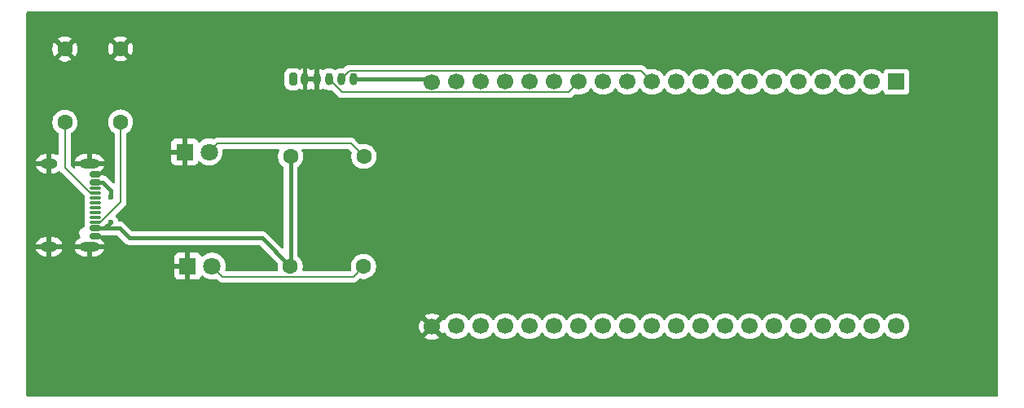
<source format=gbr>
%TF.GenerationSoftware,KiCad,Pcbnew,9.0.6-9.0.6~ubuntu24.04.1*%
%TF.CreationDate,2025-12-26T18:07:40+01:00*%
%TF.ProjectId,security-system,73656375-7269-4747-992d-73797374656d,0*%
%TF.SameCoordinates,Original*%
%TF.FileFunction,Copper,L1,Top*%
%TF.FilePolarity,Positive*%
%FSLAX46Y46*%
G04 Gerber Fmt 4.6, Leading zero omitted, Abs format (unit mm)*
G04 Created by KiCad (PCBNEW 9.0.6-9.0.6~ubuntu24.04.1) date 2025-12-26 18:07:40*
%MOMM*%
%LPD*%
G01*
G04 APERTURE LIST*
G04 Aperture macros list*
%AMRoundRect*
0 Rectangle with rounded corners*
0 $1 Rounding radius*
0 $2 $3 $4 $5 $6 $7 $8 $9 X,Y pos of 4 corners*
0 Add a 4 corners polygon primitive as box body*
4,1,4,$2,$3,$4,$5,$6,$7,$8,$9,$2,$3,0*
0 Add four circle primitives for the rounded corners*
1,1,$1+$1,$2,$3*
1,1,$1+$1,$4,$5*
1,1,$1+$1,$6,$7*
1,1,$1+$1,$8,$9*
0 Add four rect primitives between the rounded corners*
20,1,$1+$1,$2,$3,$4,$5,0*
20,1,$1+$1,$4,$5,$6,$7,0*
20,1,$1+$1,$6,$7,$8,$9,0*
20,1,$1+$1,$8,$9,$2,$3,0*%
G04 Aperture macros list end*
%TA.AperFunction,ComponentPad*%
%ADD10O,0.800000X1.300000*%
%TD*%
%TA.AperFunction,ComponentPad*%
%ADD11RoundRect,0.200000X-0.200000X-0.450000X0.200000X-0.450000X0.200000X0.450000X-0.200000X0.450000X0*%
%TD*%
%TA.AperFunction,SMDPad,CuDef*%
%ADD12RoundRect,0.150000X-0.425000X0.150000X-0.425000X-0.150000X0.425000X-0.150000X0.425000X0.150000X0*%
%TD*%
%TA.AperFunction,SMDPad,CuDef*%
%ADD13RoundRect,0.075000X-0.500000X0.075000X-0.500000X-0.075000X0.500000X-0.075000X0.500000X0.075000X0*%
%TD*%
%TA.AperFunction,HeatsinkPad*%
%ADD14O,2.100000X1.000000*%
%TD*%
%TA.AperFunction,HeatsinkPad*%
%ADD15O,1.800000X1.000000*%
%TD*%
%TA.AperFunction,ComponentPad*%
%ADD16R,1.800000X1.800000*%
%TD*%
%TA.AperFunction,ComponentPad*%
%ADD17C,1.800000*%
%TD*%
%TA.AperFunction,ComponentPad*%
%ADD18C,1.600000*%
%TD*%
%TA.AperFunction,ComponentPad*%
%ADD19C,1.700000*%
%TD*%
%TA.AperFunction,ComponentPad*%
%ADD20R,1.700000X1.700000*%
%TD*%
%TA.AperFunction,ViaPad*%
%ADD21C,0.600000*%
%TD*%
%TA.AperFunction,Conductor*%
%ADD22C,0.400000*%
%TD*%
%TA.AperFunction,Conductor*%
%ADD23C,0.200000*%
%TD*%
G04 APERTURE END LIST*
D10*
%TO.P,J1,6,Pin_6*%
%TO.N,+5V*%
X159470000Y-73520000D03*
%TO.P,J1,5,Pin_5*%
%TO.N,/SDA*%
X158220000Y-73520000D03*
%TO.P,J1,4,Pin_4*%
%TO.N,/SCL*%
X156970000Y-73520000D03*
%TO.P,J1,3,Pin_3*%
%TO.N,GND*%
X155720000Y-73520000D03*
%TO.P,J1,2,Pin_2*%
X154470000Y-73520000D03*
D11*
%TO.P,J1,1,Pin_1*%
%TO.N,unconnected-(J1-Pin_1-Pad1)*%
X153220000Y-73520000D03*
%TD*%
D12*
%TO.P,J2,A1,GND*%
%TO.N,GND*%
X132635000Y-83420000D03*
%TO.P,J2,A4,VBUS*%
%TO.N,+5V*%
X132635000Y-84220000D03*
D13*
%TO.P,J2,A5,CC1*%
%TO.N,Net-(J2-CC1)*%
X132635000Y-85370000D03*
%TO.P,J2,A6,D+*%
%TO.N,unconnected-(J2-D+-PadA6)*%
X132635000Y-86370000D03*
%TO.P,J2,A7,D-*%
%TO.N,unconnected-(J2-D--PadA7)*%
X132635000Y-86870000D03*
%TO.P,J2,A8,SBU1*%
%TO.N,unconnected-(J2-SBU1-PadA8)*%
X132635000Y-87870000D03*
D12*
%TO.P,J2,A9,VBUS*%
%TO.N,+5V*%
X132635000Y-89020000D03*
%TO.P,J2,A12,GND*%
%TO.N,GND*%
X132635000Y-89820000D03*
%TO.P,J2,B1,GND*%
X132635000Y-89820000D03*
%TO.P,J2,B4,VBUS*%
%TO.N,+5V*%
X132635000Y-89020000D03*
D13*
%TO.P,J2,B5,CC2*%
%TO.N,Net-(J2-CC2)*%
X132635000Y-88370000D03*
%TO.P,J2,B6,D+*%
%TO.N,unconnected-(J2-D+-PadB6)*%
X132635000Y-87370000D03*
%TO.P,J2,B7,D-*%
%TO.N,unconnected-(J2-D--PadB7)*%
X132635000Y-85870000D03*
%TO.P,J2,B8,SBU2*%
%TO.N,unconnected-(J2-SBU2-PadB8)*%
X132635000Y-84870000D03*
D12*
%TO.P,J2,B9,VBUS*%
%TO.N,+5V*%
X132635000Y-84220000D03*
%TO.P,J2,B12,GND*%
%TO.N,GND*%
X132635000Y-83420000D03*
D14*
%TO.P,J2,S1,SHIELD*%
X132060000Y-82300000D03*
D15*
X127880000Y-82300000D03*
D14*
X132060000Y-90940000D03*
D15*
X127880000Y-90940000D03*
%TD*%
D16*
%TO.P,DETECTION LED,1,K*%
%TO.N,GND*%
X142275000Y-92950000D03*
D17*
%TO.P,DETECTION LED,2,A*%
%TO.N,Net-(D2-A)*%
X144815000Y-92950000D03*
%TD*%
D18*
%TO.P,R1,1*%
%TO.N,+5V*%
X152960000Y-81550000D03*
%TO.P,R1,2*%
%TO.N,Net-(D1-A)*%
X160580000Y-81550000D03*
%TD*%
D16*
%TO.P,POWER-ON LED,1,K*%
%TO.N,GND*%
X141955000Y-81090000D03*
D17*
%TO.P,POWER-ON LED,2,A*%
%TO.N,Net-(D1-A)*%
X144495000Y-81090000D03*
%TD*%
D18*
%TO.P,R4,1*%
%TO.N,Net-(J2-CC2)*%
X135290000Y-77980000D03*
%TO.P,R4,2*%
%TO.N,GND*%
X135290000Y-70360000D03*
%TD*%
%TO.P,R2,1*%
%TO.N,+5V*%
X152930000Y-92990000D03*
%TO.P,R2,2*%
%TO.N,Net-(D2-A)*%
X160550000Y-92990000D03*
%TD*%
%TO.P,R3,1*%
%TO.N,Net-(J2-CC1)*%
X129500000Y-78010000D03*
%TO.P,R3,2*%
%TO.N,GND*%
X129500000Y-70390000D03*
%TD*%
D19*
%TO.P,U1,39,5V*%
%TO.N,+5V*%
X167670000Y-73810000D03*
%TO.P,U1,15,GPIO16*%
%TO.N,unconnected-(U1-GPIO16-Pad15)*%
X198150000Y-73800000D03*
%TO.P,U1,27,GPIO9*%
%TO.N,/SCL*%
X182910000Y-73800000D03*
%TO.P,U1,25,GPIO46*%
%TO.N,unconnected-(U1-GPIO46-Pad25)*%
X185450000Y-73800000D03*
D20*
%TO.P,U1,1,3V3*%
%TO.N,+3.3V*%
X215930000Y-73800000D03*
D19*
%TO.P,U1,13,GPIO15*%
%TO.N,unconnected-(U1-GPIO15-Pad13)*%
X200690000Y-73800000D03*
%TO.P,U1,11,GPIO7*%
%TO.N,unconnected-(U1-GPIO7-Pad11)*%
X203230000Y-73800000D03*
%TO.P,U1,5,GPIO4*%
%TO.N,unconnected-(U1-GPIO4-Pad5)*%
X210850000Y-73800000D03*
%TO.P,U1,23,GPIO3*%
%TO.N,unconnected-(U1-GPIO3-Pad23)*%
X187990000Y-73800000D03*
%TO.P,U1,21,GPIO8*%
%TO.N,/SDA*%
X190530000Y-73800000D03*
%TO.P,U1,29,GPIO10*%
%TO.N,unconnected-(U1-GPIO10-Pad29)*%
X180370000Y-73800000D03*
%TO.P,U1,7,GPIO5*%
%TO.N,unconnected-(U1-GPIO5-Pad7)*%
X208310000Y-73800000D03*
%TO.P,U1,9,GPIO6*%
%TO.N,unconnected-(U1-GPIO6-Pad9)*%
X205770000Y-73800000D03*
%TO.P,U1,31,GPIO11*%
%TO.N,unconnected-(U1-GPIO11-Pad31)*%
X177830000Y-73800000D03*
%TO.P,U1,33,GPIO12*%
%TO.N,unconnected-(U1-GPIO12-Pad33)*%
X175290000Y-73800000D03*
%TO.P,U1,35,GPIO13*%
%TO.N,unconnected-(U1-GPIO13-Pad35)*%
X172750000Y-73800000D03*
%TO.P,U1,19,GPIO18*%
%TO.N,unconnected-(U1-GPIO18-Pad19)*%
X193070000Y-73800000D03*
%TO.P,U1,37,GPIO14*%
%TO.N,unconnected-(U1-GPIO14-Pad37)*%
X170210000Y-73800000D03*
%TO.P,U1,17,GPIO17*%
%TO.N,unconnected-(U1-GPIO17-Pad17)*%
X195610000Y-73800000D03*
%TO.P,U1,3,RST*%
%TO.N,unconnected-(U1-RST-Pad3)*%
X213390000Y-73800000D03*
%TO.P,U1,40,GND*%
%TO.N,GND*%
X167670000Y-99250000D03*
%TO.P,U1,38,GPIO19*%
%TO.N,unconnected-(U1-GPIO19-Pad38)*%
X170210000Y-99200000D03*
%TO.P,U1,36,GPIO20*%
%TO.N,unconnected-(U1-GPIO20-Pad36)*%
X172750000Y-99200000D03*
%TO.P,U1,34,GPIO21*%
%TO.N,unconnected-(U1-GPIO21-Pad34)*%
X175290000Y-99200000D03*
%TO.P,U1,32,GPIO47*%
%TO.N,unconnected-(U1-GPIO47-Pad32)*%
X177830000Y-99200000D03*
%TO.P,U1,30,GPIO48*%
%TO.N,unconnected-(U1-GPIO48-Pad30)*%
X180370000Y-99200000D03*
%TO.P,U1,28,GPIO45*%
%TO.N,unconnected-(U1-GPIO45-Pad28)*%
X182910000Y-99200000D03*
%TO.P,U1,20,GPIO37*%
%TO.N,unconnected-(U1-GPIO37-Pad20)*%
X193070000Y-99200000D03*
%TO.P,U1,22,GPIO36*%
%TO.N,unconnected-(U1-GPIO36-Pad22)*%
X190530000Y-99200000D03*
%TO.P,U1,16,GPIO39*%
%TO.N,unconnected-(U1-GPIO39-Pad16)*%
X198150000Y-99200000D03*
%TO.P,U1,10,GPIO42*%
%TO.N,unconnected-(U1-GPIO42-Pad10)*%
X205770000Y-99200000D03*
%TO.P,U1,12,GPIO41*%
%TO.N,unconnected-(U1-GPIO41-Pad12)*%
X203230000Y-99200000D03*
%TO.P,U1,14,GPIO40*%
%TO.N,unconnected-(U1-GPIO40-Pad14)*%
X200690000Y-99200000D03*
%TO.P,U1,4,GPIO44*%
%TO.N,unconnected-(U1-GPIO44-Pad4)*%
X213390000Y-99200000D03*
%TO.P,U1,26,GPIO0*%
%TO.N,unconnected-(U1-GPIO0-Pad26)*%
X185450000Y-99200000D03*
%TO.P,U1,18,GPIO38*%
%TO.N,unconnected-(U1-GPIO38-Pad18)*%
X195610000Y-99200000D03*
%TO.P,U1,24,GPIO35*%
%TO.N,unconnected-(U1-GPIO35-Pad24)*%
X187990000Y-99200000D03*
%TO.P,U1,6,GPIO1*%
%TO.N,unconnected-(U1-GPIO1-Pad6)*%
X210850000Y-99200000D03*
%TO.P,U1,8,GPIO2*%
%TO.N,unconnected-(U1-GPIO2-Pad8)*%
X208310000Y-99200000D03*
%TO.P,U1,2,GPIO43*%
%TO.N,unconnected-(U1-GPIO43-Pad2)*%
X215930000Y-99200000D03*
%TD*%
D21*
%TO.N,+5V*%
X134290000Y-85750000D03*
X134270000Y-88370000D03*
%TD*%
D22*
%TO.N,+5V*%
X159470000Y-73520000D02*
X167380000Y-73520000D01*
X167380000Y-73520000D02*
X167670000Y-73810000D01*
D23*
%TO.N,/SCL*%
X156970000Y-73520000D02*
X158338000Y-74888000D01*
X158338000Y-74888000D02*
X181822000Y-74888000D01*
X181822000Y-74888000D02*
X182910000Y-73800000D01*
%TO.N,/SDA*%
X158220000Y-73520000D02*
X159098000Y-72642000D01*
X159098000Y-72642000D02*
X189372000Y-72642000D01*
X189372000Y-72642000D02*
X190530000Y-73800000D01*
D22*
%TO.N,+5V*%
X152960000Y-81550000D02*
X152960000Y-92960000D01*
X152960000Y-92960000D02*
X152930000Y-92990000D01*
D23*
%TO.N,Net-(D1-A)*%
X144495000Y-81090000D02*
X145395000Y-80190000D01*
X145395000Y-80190000D02*
X159220000Y-80190000D01*
X159220000Y-80190000D02*
X160580000Y-81550000D01*
%TO.N,Net-(D2-A)*%
X160550000Y-92990000D02*
X159490000Y-94050000D01*
X159490000Y-94050000D02*
X145915000Y-94050000D01*
X145915000Y-94050000D02*
X144815000Y-92950000D01*
%TO.N,Net-(J2-CC2)*%
X135290000Y-77980000D02*
X135290000Y-86289999D01*
X135290000Y-86289999D02*
X133209999Y-88370000D01*
X133209999Y-88370000D02*
X132635000Y-88370000D01*
D22*
%TO.N,+5V*%
X132635000Y-89020000D02*
X133620000Y-89020000D01*
X133620000Y-89020000D02*
X134270000Y-88370000D01*
D23*
%TO.N,Net-(J2-CC1)*%
X129500000Y-78010000D02*
X129500000Y-82740586D01*
X129500000Y-82740586D02*
X132129414Y-85370000D01*
X132129414Y-85370000D02*
X132635000Y-85370000D01*
D22*
%TO.N,+5V*%
X134290000Y-85750000D02*
X134290000Y-85110000D01*
X134290000Y-85110000D02*
X133400000Y-84220000D01*
X133400000Y-84220000D02*
X132635000Y-84220000D01*
X152930000Y-92990000D02*
X149990000Y-90050000D01*
X135180000Y-89020000D02*
X132635000Y-89020000D01*
X149990000Y-90050000D02*
X136210000Y-90050000D01*
X136210000Y-90050000D02*
X135180000Y-89020000D01*
%TD*%
%TA.AperFunction,Conductor*%
%TO.N,GND*%
G36*
X226442539Y-66520185D02*
G01*
X226488294Y-66572989D01*
X226499500Y-66624500D01*
X226499500Y-106375500D01*
X226479815Y-106442539D01*
X226427011Y-106488294D01*
X226375500Y-106499500D01*
X125624500Y-106499500D01*
X125557461Y-106479815D01*
X125511706Y-106427011D01*
X125500500Y-106375500D01*
X125500500Y-99143753D01*
X166320000Y-99143753D01*
X166320000Y-99356246D01*
X166353242Y-99566127D01*
X166353242Y-99566130D01*
X166418904Y-99768217D01*
X166515375Y-99957550D01*
X166554728Y-100011716D01*
X167187037Y-99379408D01*
X167204075Y-99442993D01*
X167269901Y-99557007D01*
X167362993Y-99650099D01*
X167477007Y-99715925D01*
X167540590Y-99732962D01*
X166908282Y-100365269D01*
X166908282Y-100365270D01*
X166962449Y-100404624D01*
X167151782Y-100501095D01*
X167353870Y-100566757D01*
X167563754Y-100600000D01*
X167776246Y-100600000D01*
X167986127Y-100566757D01*
X167986130Y-100566757D01*
X168188217Y-100501095D01*
X168377554Y-100404622D01*
X168431716Y-100365270D01*
X168431717Y-100365270D01*
X167799408Y-99732962D01*
X167862993Y-99715925D01*
X167977007Y-99650099D01*
X168070099Y-99557007D01*
X168135925Y-99442993D01*
X168152962Y-99379408D01*
X168785270Y-100011717D01*
X168785270Y-100011716D01*
X168824622Y-99957554D01*
X168842596Y-99922278D01*
X168890570Y-99871481D01*
X168958390Y-99854685D01*
X169024526Y-99877221D01*
X169053400Y-99905686D01*
X169179890Y-100079785D01*
X169179894Y-100079790D01*
X169330213Y-100230109D01*
X169502179Y-100355048D01*
X169502181Y-100355049D01*
X169502184Y-100355051D01*
X169691588Y-100451557D01*
X169893757Y-100517246D01*
X170103713Y-100550500D01*
X170103714Y-100550500D01*
X170316286Y-100550500D01*
X170316287Y-100550500D01*
X170526243Y-100517246D01*
X170728412Y-100451557D01*
X170917816Y-100355051D01*
X170939789Y-100339086D01*
X171089786Y-100230109D01*
X171089788Y-100230106D01*
X171089792Y-100230104D01*
X171240104Y-100079792D01*
X171240106Y-100079788D01*
X171240109Y-100079786D01*
X171365048Y-99907820D01*
X171365047Y-99907820D01*
X171365051Y-99907816D01*
X171369514Y-99899054D01*
X171417488Y-99848259D01*
X171485308Y-99831463D01*
X171551444Y-99853999D01*
X171590486Y-99899056D01*
X171594951Y-99907820D01*
X171719890Y-100079786D01*
X171870213Y-100230109D01*
X172042179Y-100355048D01*
X172042181Y-100355049D01*
X172042184Y-100355051D01*
X172231588Y-100451557D01*
X172433757Y-100517246D01*
X172643713Y-100550500D01*
X172643714Y-100550500D01*
X172856286Y-100550500D01*
X172856287Y-100550500D01*
X173066243Y-100517246D01*
X173268412Y-100451557D01*
X173457816Y-100355051D01*
X173479789Y-100339086D01*
X173629786Y-100230109D01*
X173629788Y-100230106D01*
X173629792Y-100230104D01*
X173780104Y-100079792D01*
X173780106Y-100079788D01*
X173780109Y-100079786D01*
X173905048Y-99907820D01*
X173905047Y-99907820D01*
X173905051Y-99907816D01*
X173909514Y-99899054D01*
X173957488Y-99848259D01*
X174025308Y-99831463D01*
X174091444Y-99853999D01*
X174130486Y-99899056D01*
X174134951Y-99907820D01*
X174259890Y-100079786D01*
X174410213Y-100230109D01*
X174582179Y-100355048D01*
X174582181Y-100355049D01*
X174582184Y-100355051D01*
X174771588Y-100451557D01*
X174973757Y-100517246D01*
X175183713Y-100550500D01*
X175183714Y-100550500D01*
X175396286Y-100550500D01*
X175396287Y-100550500D01*
X175606243Y-100517246D01*
X175808412Y-100451557D01*
X175997816Y-100355051D01*
X176019789Y-100339086D01*
X176169786Y-100230109D01*
X176169788Y-100230106D01*
X176169792Y-100230104D01*
X176320104Y-100079792D01*
X176320106Y-100079788D01*
X176320109Y-100079786D01*
X176445048Y-99907820D01*
X176445047Y-99907820D01*
X176445051Y-99907816D01*
X176449514Y-99899054D01*
X176497488Y-99848259D01*
X176565308Y-99831463D01*
X176631444Y-99853999D01*
X176670486Y-99899056D01*
X176674951Y-99907820D01*
X176799890Y-100079786D01*
X176950213Y-100230109D01*
X177122179Y-100355048D01*
X177122181Y-100355049D01*
X177122184Y-100355051D01*
X177311588Y-100451557D01*
X177513757Y-100517246D01*
X177723713Y-100550500D01*
X177723714Y-100550500D01*
X177936286Y-100550500D01*
X177936287Y-100550500D01*
X178146243Y-100517246D01*
X178348412Y-100451557D01*
X178537816Y-100355051D01*
X178559789Y-100339086D01*
X178709786Y-100230109D01*
X178709788Y-100230106D01*
X178709792Y-100230104D01*
X178860104Y-100079792D01*
X178860106Y-100079788D01*
X178860109Y-100079786D01*
X178985048Y-99907820D01*
X178985047Y-99907820D01*
X178985051Y-99907816D01*
X178989514Y-99899054D01*
X179037488Y-99848259D01*
X179105308Y-99831463D01*
X179171444Y-99853999D01*
X179210486Y-99899056D01*
X179214951Y-99907820D01*
X179339890Y-100079786D01*
X179490213Y-100230109D01*
X179662179Y-100355048D01*
X179662181Y-100355049D01*
X179662184Y-100355051D01*
X179851588Y-100451557D01*
X180053757Y-100517246D01*
X180263713Y-100550500D01*
X180263714Y-100550500D01*
X180476286Y-100550500D01*
X180476287Y-100550500D01*
X180686243Y-100517246D01*
X180888412Y-100451557D01*
X181077816Y-100355051D01*
X181099789Y-100339086D01*
X181249786Y-100230109D01*
X181249788Y-100230106D01*
X181249792Y-100230104D01*
X181400104Y-100079792D01*
X181400106Y-100079788D01*
X181400109Y-100079786D01*
X181525048Y-99907820D01*
X181525047Y-99907820D01*
X181525051Y-99907816D01*
X181529514Y-99899054D01*
X181577488Y-99848259D01*
X181645308Y-99831463D01*
X181711444Y-99853999D01*
X181750486Y-99899056D01*
X181754951Y-99907820D01*
X181879890Y-100079786D01*
X182030213Y-100230109D01*
X182202179Y-100355048D01*
X182202181Y-100355049D01*
X182202184Y-100355051D01*
X182391588Y-100451557D01*
X182593757Y-100517246D01*
X182803713Y-100550500D01*
X182803714Y-100550500D01*
X183016286Y-100550500D01*
X183016287Y-100550500D01*
X183226243Y-100517246D01*
X183428412Y-100451557D01*
X183617816Y-100355051D01*
X183639789Y-100339086D01*
X183789786Y-100230109D01*
X183789788Y-100230106D01*
X183789792Y-100230104D01*
X183940104Y-100079792D01*
X183940106Y-100079788D01*
X183940109Y-100079786D01*
X184065048Y-99907820D01*
X184065047Y-99907820D01*
X184065051Y-99907816D01*
X184069514Y-99899054D01*
X184117488Y-99848259D01*
X184185308Y-99831463D01*
X184251444Y-99853999D01*
X184290486Y-99899056D01*
X184294951Y-99907820D01*
X184419890Y-100079786D01*
X184570213Y-100230109D01*
X184742179Y-100355048D01*
X184742181Y-100355049D01*
X184742184Y-100355051D01*
X184931588Y-100451557D01*
X185133757Y-100517246D01*
X185343713Y-100550500D01*
X185343714Y-100550500D01*
X185556286Y-100550500D01*
X185556287Y-100550500D01*
X185766243Y-100517246D01*
X185968412Y-100451557D01*
X186157816Y-100355051D01*
X186179789Y-100339086D01*
X186329786Y-100230109D01*
X186329788Y-100230106D01*
X186329792Y-100230104D01*
X186480104Y-100079792D01*
X186480106Y-100079788D01*
X186480109Y-100079786D01*
X186605048Y-99907820D01*
X186605047Y-99907820D01*
X186605051Y-99907816D01*
X186609514Y-99899054D01*
X186657488Y-99848259D01*
X186725308Y-99831463D01*
X186791444Y-99853999D01*
X186830486Y-99899056D01*
X186834951Y-99907820D01*
X186959890Y-100079786D01*
X187110213Y-100230109D01*
X187282179Y-100355048D01*
X187282181Y-100355049D01*
X187282184Y-100355051D01*
X187471588Y-100451557D01*
X187673757Y-100517246D01*
X187883713Y-100550500D01*
X187883714Y-100550500D01*
X188096286Y-100550500D01*
X188096287Y-100550500D01*
X188306243Y-100517246D01*
X188508412Y-100451557D01*
X188697816Y-100355051D01*
X188719789Y-100339086D01*
X188869786Y-100230109D01*
X188869788Y-100230106D01*
X188869792Y-100230104D01*
X189020104Y-100079792D01*
X189020106Y-100079788D01*
X189020109Y-100079786D01*
X189145048Y-99907820D01*
X189145047Y-99907820D01*
X189145051Y-99907816D01*
X189149514Y-99899054D01*
X189197488Y-99848259D01*
X189265308Y-99831463D01*
X189331444Y-99853999D01*
X189370486Y-99899056D01*
X189374951Y-99907820D01*
X189499890Y-100079786D01*
X189650213Y-100230109D01*
X189822179Y-100355048D01*
X189822181Y-100355049D01*
X189822184Y-100355051D01*
X190011588Y-100451557D01*
X190213757Y-100517246D01*
X190423713Y-100550500D01*
X190423714Y-100550500D01*
X190636286Y-100550500D01*
X190636287Y-100550500D01*
X190846243Y-100517246D01*
X191048412Y-100451557D01*
X191237816Y-100355051D01*
X191259789Y-100339086D01*
X191409786Y-100230109D01*
X191409788Y-100230106D01*
X191409792Y-100230104D01*
X191560104Y-100079792D01*
X191560106Y-100079788D01*
X191560109Y-100079786D01*
X191685048Y-99907820D01*
X191685047Y-99907820D01*
X191685051Y-99907816D01*
X191689514Y-99899054D01*
X191737488Y-99848259D01*
X191805308Y-99831463D01*
X191871444Y-99853999D01*
X191910486Y-99899056D01*
X191914951Y-99907820D01*
X192039890Y-100079786D01*
X192190213Y-100230109D01*
X192362179Y-100355048D01*
X192362181Y-100355049D01*
X192362184Y-100355051D01*
X192551588Y-100451557D01*
X192753757Y-100517246D01*
X192963713Y-100550500D01*
X192963714Y-100550500D01*
X193176286Y-100550500D01*
X193176287Y-100550500D01*
X193386243Y-100517246D01*
X193588412Y-100451557D01*
X193777816Y-100355051D01*
X193799789Y-100339086D01*
X193949786Y-100230109D01*
X193949788Y-100230106D01*
X193949792Y-100230104D01*
X194100104Y-100079792D01*
X194100106Y-100079788D01*
X194100109Y-100079786D01*
X194225048Y-99907820D01*
X194225047Y-99907820D01*
X194225051Y-99907816D01*
X194229514Y-99899054D01*
X194277488Y-99848259D01*
X194345308Y-99831463D01*
X194411444Y-99853999D01*
X194450486Y-99899056D01*
X194454951Y-99907820D01*
X194579890Y-100079786D01*
X194730213Y-100230109D01*
X194902179Y-100355048D01*
X194902181Y-100355049D01*
X194902184Y-100355051D01*
X195091588Y-100451557D01*
X195293757Y-100517246D01*
X195503713Y-100550500D01*
X195503714Y-100550500D01*
X195716286Y-100550500D01*
X195716287Y-100550500D01*
X195926243Y-100517246D01*
X196128412Y-100451557D01*
X196317816Y-100355051D01*
X196339789Y-100339086D01*
X196489786Y-100230109D01*
X196489788Y-100230106D01*
X196489792Y-100230104D01*
X196640104Y-100079792D01*
X196640106Y-100079788D01*
X196640109Y-100079786D01*
X196765048Y-99907820D01*
X196765047Y-99907820D01*
X196765051Y-99907816D01*
X196769514Y-99899054D01*
X196817488Y-99848259D01*
X196885308Y-99831463D01*
X196951444Y-99853999D01*
X196990486Y-99899056D01*
X196994951Y-99907820D01*
X197119890Y-100079786D01*
X197270213Y-100230109D01*
X197442179Y-100355048D01*
X197442181Y-100355049D01*
X197442184Y-100355051D01*
X197631588Y-100451557D01*
X197833757Y-100517246D01*
X198043713Y-100550500D01*
X198043714Y-100550500D01*
X198256286Y-100550500D01*
X198256287Y-100550500D01*
X198466243Y-100517246D01*
X198668412Y-100451557D01*
X198857816Y-100355051D01*
X198879789Y-100339086D01*
X199029786Y-100230109D01*
X199029788Y-100230106D01*
X199029792Y-100230104D01*
X199180104Y-100079792D01*
X199180106Y-100079788D01*
X199180109Y-100079786D01*
X199305048Y-99907820D01*
X199305047Y-99907820D01*
X199305051Y-99907816D01*
X199309514Y-99899054D01*
X199357488Y-99848259D01*
X199425308Y-99831463D01*
X199491444Y-99853999D01*
X199530486Y-99899056D01*
X199534951Y-99907820D01*
X199659890Y-100079786D01*
X199810213Y-100230109D01*
X199982179Y-100355048D01*
X199982181Y-100355049D01*
X199982184Y-100355051D01*
X200171588Y-100451557D01*
X200373757Y-100517246D01*
X200583713Y-100550500D01*
X200583714Y-100550500D01*
X200796286Y-100550500D01*
X200796287Y-100550500D01*
X201006243Y-100517246D01*
X201208412Y-100451557D01*
X201397816Y-100355051D01*
X201419789Y-100339086D01*
X201569786Y-100230109D01*
X201569788Y-100230106D01*
X201569792Y-100230104D01*
X201720104Y-100079792D01*
X201720106Y-100079788D01*
X201720109Y-100079786D01*
X201845048Y-99907820D01*
X201845047Y-99907820D01*
X201845051Y-99907816D01*
X201849514Y-99899054D01*
X201897488Y-99848259D01*
X201965308Y-99831463D01*
X202031444Y-99853999D01*
X202070486Y-99899056D01*
X202074951Y-99907820D01*
X202199890Y-100079786D01*
X202350213Y-100230109D01*
X202522179Y-100355048D01*
X202522181Y-100355049D01*
X202522184Y-100355051D01*
X202711588Y-100451557D01*
X202913757Y-100517246D01*
X203123713Y-100550500D01*
X203123714Y-100550500D01*
X203336286Y-100550500D01*
X203336287Y-100550500D01*
X203546243Y-100517246D01*
X203748412Y-100451557D01*
X203937816Y-100355051D01*
X203959789Y-100339086D01*
X204109786Y-100230109D01*
X204109788Y-100230106D01*
X204109792Y-100230104D01*
X204260104Y-100079792D01*
X204260106Y-100079788D01*
X204260109Y-100079786D01*
X204385048Y-99907820D01*
X204385047Y-99907820D01*
X204385051Y-99907816D01*
X204389514Y-99899054D01*
X204437488Y-99848259D01*
X204505308Y-99831463D01*
X204571444Y-99853999D01*
X204610486Y-99899056D01*
X204614951Y-99907820D01*
X204739890Y-100079786D01*
X204890213Y-100230109D01*
X205062179Y-100355048D01*
X205062181Y-100355049D01*
X205062184Y-100355051D01*
X205251588Y-100451557D01*
X205453757Y-100517246D01*
X205663713Y-100550500D01*
X205663714Y-100550500D01*
X205876286Y-100550500D01*
X205876287Y-100550500D01*
X206086243Y-100517246D01*
X206288412Y-100451557D01*
X206477816Y-100355051D01*
X206499789Y-100339086D01*
X206649786Y-100230109D01*
X206649788Y-100230106D01*
X206649792Y-100230104D01*
X206800104Y-100079792D01*
X206800106Y-100079788D01*
X206800109Y-100079786D01*
X206925048Y-99907820D01*
X206925047Y-99907820D01*
X206925051Y-99907816D01*
X206929514Y-99899054D01*
X206977488Y-99848259D01*
X207045308Y-99831463D01*
X207111444Y-99853999D01*
X207150486Y-99899056D01*
X207154951Y-99907820D01*
X207279890Y-100079786D01*
X207430213Y-100230109D01*
X207602179Y-100355048D01*
X207602181Y-100355049D01*
X207602184Y-100355051D01*
X207791588Y-100451557D01*
X207993757Y-100517246D01*
X208203713Y-100550500D01*
X208203714Y-100550500D01*
X208416286Y-100550500D01*
X208416287Y-100550500D01*
X208626243Y-100517246D01*
X208828412Y-100451557D01*
X209017816Y-100355051D01*
X209039789Y-100339086D01*
X209189786Y-100230109D01*
X209189788Y-100230106D01*
X209189792Y-100230104D01*
X209340104Y-100079792D01*
X209340106Y-100079788D01*
X209340109Y-100079786D01*
X209465048Y-99907820D01*
X209465047Y-99907820D01*
X209465051Y-99907816D01*
X209469514Y-99899054D01*
X209517488Y-99848259D01*
X209585308Y-99831463D01*
X209651444Y-99853999D01*
X209690486Y-99899056D01*
X209694951Y-99907820D01*
X209819890Y-100079786D01*
X209970213Y-100230109D01*
X210142179Y-100355048D01*
X210142181Y-100355049D01*
X210142184Y-100355051D01*
X210331588Y-100451557D01*
X210533757Y-100517246D01*
X210743713Y-100550500D01*
X210743714Y-100550500D01*
X210956286Y-100550500D01*
X210956287Y-100550500D01*
X211166243Y-100517246D01*
X211368412Y-100451557D01*
X211557816Y-100355051D01*
X211579789Y-100339086D01*
X211729786Y-100230109D01*
X211729788Y-100230106D01*
X211729792Y-100230104D01*
X211880104Y-100079792D01*
X211880106Y-100079788D01*
X211880109Y-100079786D01*
X212005048Y-99907820D01*
X212005047Y-99907820D01*
X212005051Y-99907816D01*
X212009514Y-99899054D01*
X212057488Y-99848259D01*
X212125308Y-99831463D01*
X212191444Y-99853999D01*
X212230486Y-99899056D01*
X212234951Y-99907820D01*
X212359890Y-100079786D01*
X212510213Y-100230109D01*
X212682179Y-100355048D01*
X212682181Y-100355049D01*
X212682184Y-100355051D01*
X212871588Y-100451557D01*
X213073757Y-100517246D01*
X213283713Y-100550500D01*
X213283714Y-100550500D01*
X213496286Y-100550500D01*
X213496287Y-100550500D01*
X213706243Y-100517246D01*
X213908412Y-100451557D01*
X214097816Y-100355051D01*
X214119789Y-100339086D01*
X214269786Y-100230109D01*
X214269788Y-100230106D01*
X214269792Y-100230104D01*
X214420104Y-100079792D01*
X214420106Y-100079788D01*
X214420109Y-100079786D01*
X214545048Y-99907820D01*
X214545047Y-99907820D01*
X214545051Y-99907816D01*
X214549514Y-99899054D01*
X214597488Y-99848259D01*
X214665308Y-99831463D01*
X214731444Y-99853999D01*
X214770486Y-99899056D01*
X214774951Y-99907820D01*
X214899890Y-100079786D01*
X215050213Y-100230109D01*
X215222179Y-100355048D01*
X215222181Y-100355049D01*
X215222184Y-100355051D01*
X215411588Y-100451557D01*
X215613757Y-100517246D01*
X215823713Y-100550500D01*
X215823714Y-100550500D01*
X216036286Y-100550500D01*
X216036287Y-100550500D01*
X216246243Y-100517246D01*
X216448412Y-100451557D01*
X216637816Y-100355051D01*
X216659789Y-100339086D01*
X216809786Y-100230109D01*
X216809788Y-100230106D01*
X216809792Y-100230104D01*
X216960104Y-100079792D01*
X216960106Y-100079788D01*
X216960109Y-100079786D01*
X217085048Y-99907820D01*
X217085047Y-99907820D01*
X217085051Y-99907816D01*
X217181557Y-99718412D01*
X217247246Y-99516243D01*
X217280500Y-99306287D01*
X217280500Y-99093713D01*
X217247246Y-98883757D01*
X217181557Y-98681588D01*
X217085051Y-98492184D01*
X217085049Y-98492181D01*
X217085048Y-98492179D01*
X216960109Y-98320213D01*
X216809786Y-98169890D01*
X216637820Y-98044951D01*
X216448414Y-97948444D01*
X216448413Y-97948443D01*
X216448412Y-97948443D01*
X216246243Y-97882754D01*
X216246241Y-97882753D01*
X216246240Y-97882753D01*
X216084957Y-97857208D01*
X216036287Y-97849500D01*
X215823713Y-97849500D01*
X215775042Y-97857208D01*
X215613760Y-97882753D01*
X215411585Y-97948444D01*
X215222179Y-98044951D01*
X215050213Y-98169890D01*
X214899890Y-98320213D01*
X214774949Y-98492182D01*
X214770484Y-98500946D01*
X214722509Y-98551742D01*
X214654688Y-98568536D01*
X214588553Y-98545998D01*
X214549516Y-98500946D01*
X214545050Y-98492182D01*
X214420109Y-98320213D01*
X214269786Y-98169890D01*
X214097820Y-98044951D01*
X213908414Y-97948444D01*
X213908413Y-97948443D01*
X213908412Y-97948443D01*
X213706243Y-97882754D01*
X213706241Y-97882753D01*
X213706240Y-97882753D01*
X213544957Y-97857208D01*
X213496287Y-97849500D01*
X213283713Y-97849500D01*
X213235042Y-97857208D01*
X213073760Y-97882753D01*
X212871585Y-97948444D01*
X212682179Y-98044951D01*
X212510213Y-98169890D01*
X212359890Y-98320213D01*
X212234949Y-98492182D01*
X212230484Y-98500946D01*
X212182509Y-98551742D01*
X212114688Y-98568536D01*
X212048553Y-98545998D01*
X212009516Y-98500946D01*
X212005050Y-98492182D01*
X211880109Y-98320213D01*
X211729786Y-98169890D01*
X211557820Y-98044951D01*
X211368414Y-97948444D01*
X211368413Y-97948443D01*
X211368412Y-97948443D01*
X211166243Y-97882754D01*
X211166241Y-97882753D01*
X211166240Y-97882753D01*
X211004957Y-97857208D01*
X210956287Y-97849500D01*
X210743713Y-97849500D01*
X210695042Y-97857208D01*
X210533760Y-97882753D01*
X210331585Y-97948444D01*
X210142179Y-98044951D01*
X209970213Y-98169890D01*
X209819890Y-98320213D01*
X209694949Y-98492182D01*
X209690484Y-98500946D01*
X209642509Y-98551742D01*
X209574688Y-98568536D01*
X209508553Y-98545998D01*
X209469516Y-98500946D01*
X209465050Y-98492182D01*
X209340109Y-98320213D01*
X209189786Y-98169890D01*
X209017820Y-98044951D01*
X208828414Y-97948444D01*
X208828413Y-97948443D01*
X208828412Y-97948443D01*
X208626243Y-97882754D01*
X208626241Y-97882753D01*
X208626240Y-97882753D01*
X208464957Y-97857208D01*
X208416287Y-97849500D01*
X208203713Y-97849500D01*
X208155042Y-97857208D01*
X207993760Y-97882753D01*
X207791585Y-97948444D01*
X207602179Y-98044951D01*
X207430213Y-98169890D01*
X207279890Y-98320213D01*
X207154949Y-98492182D01*
X207150484Y-98500946D01*
X207102509Y-98551742D01*
X207034688Y-98568536D01*
X206968553Y-98545998D01*
X206929516Y-98500946D01*
X206925050Y-98492182D01*
X206800109Y-98320213D01*
X206649786Y-98169890D01*
X206477820Y-98044951D01*
X206288414Y-97948444D01*
X206288413Y-97948443D01*
X206288412Y-97948443D01*
X206086243Y-97882754D01*
X206086241Y-97882753D01*
X206086240Y-97882753D01*
X205924957Y-97857208D01*
X205876287Y-97849500D01*
X205663713Y-97849500D01*
X205615042Y-97857208D01*
X205453760Y-97882753D01*
X205251585Y-97948444D01*
X205062179Y-98044951D01*
X204890213Y-98169890D01*
X204739890Y-98320213D01*
X204614949Y-98492182D01*
X204610484Y-98500946D01*
X204562509Y-98551742D01*
X204494688Y-98568536D01*
X204428553Y-98545998D01*
X204389516Y-98500946D01*
X204385050Y-98492182D01*
X204260109Y-98320213D01*
X204109786Y-98169890D01*
X203937820Y-98044951D01*
X203748414Y-97948444D01*
X203748413Y-97948443D01*
X203748412Y-97948443D01*
X203546243Y-97882754D01*
X203546241Y-97882753D01*
X203546240Y-97882753D01*
X203384957Y-97857208D01*
X203336287Y-97849500D01*
X203123713Y-97849500D01*
X203075042Y-97857208D01*
X202913760Y-97882753D01*
X202711585Y-97948444D01*
X202522179Y-98044951D01*
X202350213Y-98169890D01*
X202199890Y-98320213D01*
X202074949Y-98492182D01*
X202070484Y-98500946D01*
X202022509Y-98551742D01*
X201954688Y-98568536D01*
X201888553Y-98545998D01*
X201849516Y-98500946D01*
X201845050Y-98492182D01*
X201720109Y-98320213D01*
X201569786Y-98169890D01*
X201397820Y-98044951D01*
X201208414Y-97948444D01*
X201208413Y-97948443D01*
X201208412Y-97948443D01*
X201006243Y-97882754D01*
X201006241Y-97882753D01*
X201006240Y-97882753D01*
X200844957Y-97857208D01*
X200796287Y-97849500D01*
X200583713Y-97849500D01*
X200535042Y-97857208D01*
X200373760Y-97882753D01*
X200171585Y-97948444D01*
X199982179Y-98044951D01*
X199810213Y-98169890D01*
X199659890Y-98320213D01*
X199534949Y-98492182D01*
X199530484Y-98500946D01*
X199482509Y-98551742D01*
X199414688Y-98568536D01*
X199348553Y-98545998D01*
X199309516Y-98500946D01*
X199305050Y-98492182D01*
X199180109Y-98320213D01*
X199029786Y-98169890D01*
X198857820Y-98044951D01*
X198668414Y-97948444D01*
X198668413Y-97948443D01*
X198668412Y-97948443D01*
X198466243Y-97882754D01*
X198466241Y-97882753D01*
X198466240Y-97882753D01*
X198304957Y-97857208D01*
X198256287Y-97849500D01*
X198043713Y-97849500D01*
X197995042Y-97857208D01*
X197833760Y-97882753D01*
X197631585Y-97948444D01*
X197442179Y-98044951D01*
X197270213Y-98169890D01*
X197119890Y-98320213D01*
X196994949Y-98492182D01*
X196990484Y-98500946D01*
X196942509Y-98551742D01*
X196874688Y-98568536D01*
X196808553Y-98545998D01*
X196769516Y-98500946D01*
X196765050Y-98492182D01*
X196640109Y-98320213D01*
X196489786Y-98169890D01*
X196317820Y-98044951D01*
X196128414Y-97948444D01*
X196128413Y-97948443D01*
X196128412Y-97948443D01*
X195926243Y-97882754D01*
X195926241Y-97882753D01*
X195926240Y-97882753D01*
X195764957Y-97857208D01*
X195716287Y-97849500D01*
X195503713Y-97849500D01*
X195455042Y-97857208D01*
X195293760Y-97882753D01*
X195091585Y-97948444D01*
X194902179Y-98044951D01*
X194730213Y-98169890D01*
X194579890Y-98320213D01*
X194454949Y-98492182D01*
X194450484Y-98500946D01*
X194402509Y-98551742D01*
X194334688Y-98568536D01*
X194268553Y-98545998D01*
X194229516Y-98500946D01*
X194225050Y-98492182D01*
X194100109Y-98320213D01*
X193949786Y-98169890D01*
X193777820Y-98044951D01*
X193588414Y-97948444D01*
X193588413Y-97948443D01*
X193588412Y-97948443D01*
X193386243Y-97882754D01*
X193386241Y-97882753D01*
X193386240Y-97882753D01*
X193224957Y-97857208D01*
X193176287Y-97849500D01*
X192963713Y-97849500D01*
X192915042Y-97857208D01*
X192753760Y-97882753D01*
X192551585Y-97948444D01*
X192362179Y-98044951D01*
X192190213Y-98169890D01*
X192039890Y-98320213D01*
X191914949Y-98492182D01*
X191910484Y-98500946D01*
X191862509Y-98551742D01*
X191794688Y-98568536D01*
X191728553Y-98545998D01*
X191689516Y-98500946D01*
X191685050Y-98492182D01*
X191560109Y-98320213D01*
X191409786Y-98169890D01*
X191237820Y-98044951D01*
X191048414Y-97948444D01*
X191048413Y-97948443D01*
X191048412Y-97948443D01*
X190846243Y-97882754D01*
X190846241Y-97882753D01*
X190846240Y-97882753D01*
X190684957Y-97857208D01*
X190636287Y-97849500D01*
X190423713Y-97849500D01*
X190375042Y-97857208D01*
X190213760Y-97882753D01*
X190011585Y-97948444D01*
X189822179Y-98044951D01*
X189650213Y-98169890D01*
X189499890Y-98320213D01*
X189374949Y-98492182D01*
X189370484Y-98500946D01*
X189322509Y-98551742D01*
X189254688Y-98568536D01*
X189188553Y-98545998D01*
X189149516Y-98500946D01*
X189145050Y-98492182D01*
X189020109Y-98320213D01*
X188869786Y-98169890D01*
X188697820Y-98044951D01*
X188508414Y-97948444D01*
X188508413Y-97948443D01*
X188508412Y-97948443D01*
X188306243Y-97882754D01*
X188306241Y-97882753D01*
X188306240Y-97882753D01*
X188144957Y-97857208D01*
X188096287Y-97849500D01*
X187883713Y-97849500D01*
X187835042Y-97857208D01*
X187673760Y-97882753D01*
X187471585Y-97948444D01*
X187282179Y-98044951D01*
X187110213Y-98169890D01*
X186959890Y-98320213D01*
X186834949Y-98492182D01*
X186830484Y-98500946D01*
X186782509Y-98551742D01*
X186714688Y-98568536D01*
X186648553Y-98545998D01*
X186609516Y-98500946D01*
X186605050Y-98492182D01*
X186480109Y-98320213D01*
X186329786Y-98169890D01*
X186157820Y-98044951D01*
X185968414Y-97948444D01*
X185968413Y-97948443D01*
X185968412Y-97948443D01*
X185766243Y-97882754D01*
X185766241Y-97882753D01*
X185766240Y-97882753D01*
X185604957Y-97857208D01*
X185556287Y-97849500D01*
X185343713Y-97849500D01*
X185295042Y-97857208D01*
X185133760Y-97882753D01*
X184931585Y-97948444D01*
X184742179Y-98044951D01*
X184570213Y-98169890D01*
X184419890Y-98320213D01*
X184294949Y-98492182D01*
X184290484Y-98500946D01*
X184242509Y-98551742D01*
X184174688Y-98568536D01*
X184108553Y-98545998D01*
X184069516Y-98500946D01*
X184065050Y-98492182D01*
X183940109Y-98320213D01*
X183789786Y-98169890D01*
X183617820Y-98044951D01*
X183428414Y-97948444D01*
X183428413Y-97948443D01*
X183428412Y-97948443D01*
X183226243Y-97882754D01*
X183226241Y-97882753D01*
X183226240Y-97882753D01*
X183064957Y-97857208D01*
X183016287Y-97849500D01*
X182803713Y-97849500D01*
X182755042Y-97857208D01*
X182593760Y-97882753D01*
X182391585Y-97948444D01*
X182202179Y-98044951D01*
X182030213Y-98169890D01*
X181879890Y-98320213D01*
X181754949Y-98492182D01*
X181750484Y-98500946D01*
X181702509Y-98551742D01*
X181634688Y-98568536D01*
X181568553Y-98545998D01*
X181529516Y-98500946D01*
X181525050Y-98492182D01*
X181400109Y-98320213D01*
X181249786Y-98169890D01*
X181077820Y-98044951D01*
X180888414Y-97948444D01*
X180888413Y-97948443D01*
X180888412Y-97948443D01*
X180686243Y-97882754D01*
X180686241Y-97882753D01*
X180686240Y-97882753D01*
X180524957Y-97857208D01*
X180476287Y-97849500D01*
X180263713Y-97849500D01*
X180215042Y-97857208D01*
X180053760Y-97882753D01*
X179851585Y-97948444D01*
X179662179Y-98044951D01*
X179490213Y-98169890D01*
X179339890Y-98320213D01*
X179214949Y-98492182D01*
X179210484Y-98500946D01*
X179162509Y-98551742D01*
X179094688Y-98568536D01*
X179028553Y-98545998D01*
X178989516Y-98500946D01*
X178985050Y-98492182D01*
X178860109Y-98320213D01*
X178709786Y-98169890D01*
X178537820Y-98044951D01*
X178348414Y-97948444D01*
X178348413Y-97948443D01*
X178348412Y-97948443D01*
X178146243Y-97882754D01*
X178146241Y-97882753D01*
X178146240Y-97882753D01*
X177984957Y-97857208D01*
X177936287Y-97849500D01*
X177723713Y-97849500D01*
X177675042Y-97857208D01*
X177513760Y-97882753D01*
X177311585Y-97948444D01*
X177122179Y-98044951D01*
X176950213Y-98169890D01*
X176799890Y-98320213D01*
X176674949Y-98492182D01*
X176670484Y-98500946D01*
X176622509Y-98551742D01*
X176554688Y-98568536D01*
X176488553Y-98545998D01*
X176449516Y-98500946D01*
X176445050Y-98492182D01*
X176320109Y-98320213D01*
X176169786Y-98169890D01*
X175997820Y-98044951D01*
X175808414Y-97948444D01*
X175808413Y-97948443D01*
X175808412Y-97948443D01*
X175606243Y-97882754D01*
X175606241Y-97882753D01*
X175606240Y-97882753D01*
X175444957Y-97857208D01*
X175396287Y-97849500D01*
X175183713Y-97849500D01*
X175135042Y-97857208D01*
X174973760Y-97882753D01*
X174771585Y-97948444D01*
X174582179Y-98044951D01*
X174410213Y-98169890D01*
X174259890Y-98320213D01*
X174134949Y-98492182D01*
X174130484Y-98500946D01*
X174082509Y-98551742D01*
X174014688Y-98568536D01*
X173948553Y-98545998D01*
X173909516Y-98500946D01*
X173905050Y-98492182D01*
X173780109Y-98320213D01*
X173629786Y-98169890D01*
X173457820Y-98044951D01*
X173268414Y-97948444D01*
X173268413Y-97948443D01*
X173268412Y-97948443D01*
X173066243Y-97882754D01*
X173066241Y-97882753D01*
X173066240Y-97882753D01*
X172904957Y-97857208D01*
X172856287Y-97849500D01*
X172643713Y-97849500D01*
X172595042Y-97857208D01*
X172433760Y-97882753D01*
X172231585Y-97948444D01*
X172042179Y-98044951D01*
X171870213Y-98169890D01*
X171719890Y-98320213D01*
X171594949Y-98492182D01*
X171590484Y-98500946D01*
X171542509Y-98551742D01*
X171474688Y-98568536D01*
X171408553Y-98545998D01*
X171369516Y-98500946D01*
X171365050Y-98492182D01*
X171240109Y-98320213D01*
X171089786Y-98169890D01*
X170917820Y-98044951D01*
X170728414Y-97948444D01*
X170728413Y-97948443D01*
X170728412Y-97948443D01*
X170526243Y-97882754D01*
X170526241Y-97882753D01*
X170526240Y-97882753D01*
X170364957Y-97857208D01*
X170316287Y-97849500D01*
X170103713Y-97849500D01*
X170055042Y-97857208D01*
X169893760Y-97882753D01*
X169691585Y-97948444D01*
X169502179Y-98044951D01*
X169330213Y-98169890D01*
X169179890Y-98320213D01*
X169054948Y-98492184D01*
X169054946Y-98492186D01*
X169036814Y-98527772D01*
X168988839Y-98578567D01*
X168921018Y-98595361D01*
X168854883Y-98572822D01*
X168826012Y-98544359D01*
X168785270Y-98488282D01*
X168785269Y-98488282D01*
X168152962Y-99120590D01*
X168135925Y-99057007D01*
X168070099Y-98942993D01*
X167977007Y-98849901D01*
X167862993Y-98784075D01*
X167799409Y-98767037D01*
X168431716Y-98134728D01*
X168377550Y-98095375D01*
X168188217Y-97998904D01*
X167986129Y-97933242D01*
X167776246Y-97900000D01*
X167563754Y-97900000D01*
X167353872Y-97933242D01*
X167353869Y-97933242D01*
X167151782Y-97998904D01*
X166962439Y-98095380D01*
X166908282Y-98134727D01*
X166908282Y-98134728D01*
X167540591Y-98767037D01*
X167477007Y-98784075D01*
X167362993Y-98849901D01*
X167269901Y-98942993D01*
X167204075Y-99057007D01*
X167187037Y-99120591D01*
X166554728Y-98488282D01*
X166554727Y-98488282D01*
X166515380Y-98542439D01*
X166418904Y-98731782D01*
X166353242Y-98933869D01*
X166353242Y-98933872D01*
X166320000Y-99143753D01*
X125500500Y-99143753D01*
X125500500Y-90690000D01*
X126510138Y-90690000D01*
X127313012Y-90690000D01*
X127295795Y-90699940D01*
X127239940Y-90755795D01*
X127200444Y-90824204D01*
X127180000Y-90900504D01*
X127180000Y-90979496D01*
X127200444Y-91055796D01*
X127239940Y-91124205D01*
X127295795Y-91180060D01*
X127313012Y-91190000D01*
X126510138Y-91190000D01*
X126518430Y-91231690D01*
X126518430Y-91231692D01*
X126593807Y-91413671D01*
X126593814Y-91413684D01*
X126703248Y-91577462D01*
X126703251Y-91577466D01*
X126842533Y-91716748D01*
X126842537Y-91716751D01*
X127006315Y-91826185D01*
X127006328Y-91826192D01*
X127188306Y-91901569D01*
X127188318Y-91901572D01*
X127381504Y-91939999D01*
X127381508Y-91940000D01*
X127630000Y-91940000D01*
X127630000Y-91240000D01*
X128130000Y-91240000D01*
X128130000Y-91940000D01*
X128378492Y-91940000D01*
X128378495Y-91939999D01*
X128571681Y-91901572D01*
X128571693Y-91901569D01*
X128753671Y-91826192D01*
X128753684Y-91826185D01*
X128917462Y-91716751D01*
X128917466Y-91716748D01*
X129056748Y-91577466D01*
X129056751Y-91577462D01*
X129166185Y-91413684D01*
X129166192Y-91413671D01*
X129241569Y-91231692D01*
X129241569Y-91231690D01*
X129249862Y-91190000D01*
X128446988Y-91190000D01*
X128464205Y-91180060D01*
X128520060Y-91124205D01*
X128559556Y-91055796D01*
X128580000Y-90979496D01*
X128580000Y-90900504D01*
X128559556Y-90824204D01*
X128520060Y-90755795D01*
X128464205Y-90699940D01*
X128446988Y-90690000D01*
X129249862Y-90690000D01*
X129241569Y-90648309D01*
X129241569Y-90648307D01*
X129166192Y-90466328D01*
X129166185Y-90466315D01*
X129056751Y-90302537D01*
X129056748Y-90302533D01*
X128917466Y-90163251D01*
X128917462Y-90163248D01*
X128753684Y-90053814D01*
X128753671Y-90053807D01*
X128571693Y-89978430D01*
X128571681Y-89978427D01*
X128378495Y-89940000D01*
X128130000Y-89940000D01*
X128130000Y-90640000D01*
X127630000Y-90640000D01*
X127630000Y-89940000D01*
X127381504Y-89940000D01*
X127188318Y-89978427D01*
X127188306Y-89978430D01*
X127006328Y-90053807D01*
X127006315Y-90053814D01*
X126842537Y-90163248D01*
X126842533Y-90163251D01*
X126703251Y-90302533D01*
X126703248Y-90302537D01*
X126593814Y-90466315D01*
X126593807Y-90466328D01*
X126518430Y-90648307D01*
X126518430Y-90648309D01*
X126510138Y-90690000D01*
X125500500Y-90690000D01*
X125500500Y-82050000D01*
X126510138Y-82050000D01*
X127313012Y-82050000D01*
X127295795Y-82059940D01*
X127239940Y-82115795D01*
X127200444Y-82184204D01*
X127180000Y-82260504D01*
X127180000Y-82339496D01*
X127200444Y-82415796D01*
X127239940Y-82484205D01*
X127295795Y-82540060D01*
X127313012Y-82550000D01*
X126510138Y-82550000D01*
X126518430Y-82591690D01*
X126518430Y-82591692D01*
X126593807Y-82773671D01*
X126593814Y-82773684D01*
X126703248Y-82937462D01*
X126703251Y-82937466D01*
X126842533Y-83076748D01*
X126842537Y-83076751D01*
X127006315Y-83186185D01*
X127006328Y-83186192D01*
X127188306Y-83261569D01*
X127188318Y-83261572D01*
X127381504Y-83299999D01*
X127381508Y-83300000D01*
X127630000Y-83300000D01*
X127630000Y-82600000D01*
X128130000Y-82600000D01*
X128130000Y-83300000D01*
X128378492Y-83300000D01*
X128378495Y-83299999D01*
X128571681Y-83261572D01*
X128571693Y-83261569D01*
X128753671Y-83186192D01*
X128753683Y-83186185D01*
X128874491Y-83105464D01*
X128904784Y-83095978D01*
X128934535Y-83084882D01*
X128937891Y-83085612D01*
X128941168Y-83084586D01*
X128971790Y-83092986D01*
X129002808Y-83099734D01*
X129006522Y-83102514D01*
X129008548Y-83103070D01*
X129031058Y-83120880D01*
X129131284Y-83221106D01*
X129131286Y-83221107D01*
X129138356Y-83228177D01*
X131528819Y-85618640D01*
X131562304Y-85679963D01*
X131564078Y-85722503D01*
X131559500Y-85757283D01*
X131559500Y-85982727D01*
X131575374Y-86103292D01*
X131572399Y-86103683D01*
X131572399Y-86136316D01*
X131575374Y-86136708D01*
X131559500Y-86257272D01*
X131559500Y-86482727D01*
X131575374Y-86603292D01*
X131572399Y-86603683D01*
X131572399Y-86636316D01*
X131575374Y-86636708D01*
X131559500Y-86757272D01*
X131559500Y-86982727D01*
X131575374Y-87103292D01*
X131572399Y-87103683D01*
X131572399Y-87136316D01*
X131575374Y-87136708D01*
X131559500Y-87257272D01*
X131559500Y-87482727D01*
X131575374Y-87603292D01*
X131572399Y-87603683D01*
X131572399Y-87636316D01*
X131575374Y-87636708D01*
X131574313Y-87644762D01*
X131574313Y-87644764D01*
X131570938Y-87670393D01*
X131559500Y-87757272D01*
X131559500Y-87982727D01*
X131575374Y-88103292D01*
X131572399Y-88103683D01*
X131572399Y-88136316D01*
X131575374Y-88136708D01*
X131559500Y-88257272D01*
X131559500Y-88482727D01*
X131574313Y-88595235D01*
X131580053Y-88609094D01*
X131581982Y-88627050D01*
X131588830Y-88643762D01*
X131586528Y-88669343D01*
X131587519Y-88678564D01*
X131587434Y-88679029D01*
X131586302Y-88685163D01*
X131562402Y-88767431D01*
X131559500Y-88804306D01*
X131559500Y-88830519D01*
X131557444Y-88841670D01*
X131546592Y-88863141D01*
X131539815Y-88886223D01*
X131531119Y-88893757D01*
X131525929Y-88904028D01*
X131505190Y-88916224D01*
X131487011Y-88931978D01*
X131467593Y-88938959D01*
X131337863Y-88973719D01*
X131206635Y-89049485D01*
X131206632Y-89049487D01*
X131099487Y-89156632D01*
X131099485Y-89156635D01*
X131023719Y-89287863D01*
X130984500Y-89434234D01*
X130984500Y-89585765D01*
X131023719Y-89732136D01*
X131037970Y-89756819D01*
X131099485Y-89863365D01*
X131099486Y-89863366D01*
X131103549Y-89870403D01*
X131101346Y-89871674D01*
X131121959Y-89924983D01*
X131107923Y-89993428D01*
X131059112Y-90043420D01*
X131045845Y-90049866D01*
X131036324Y-90053809D01*
X131036315Y-90053814D01*
X130872537Y-90163248D01*
X130872533Y-90163251D01*
X130733251Y-90302533D01*
X130733248Y-90302537D01*
X130623814Y-90466315D01*
X130623807Y-90466328D01*
X130548430Y-90648307D01*
X130548430Y-90648309D01*
X130540138Y-90690000D01*
X131343012Y-90690000D01*
X131325795Y-90699940D01*
X131269940Y-90755795D01*
X131230444Y-90824204D01*
X131210000Y-90900504D01*
X131210000Y-90979496D01*
X131230444Y-91055796D01*
X131269940Y-91124205D01*
X131325795Y-91180060D01*
X131343012Y-91190000D01*
X130540138Y-91190000D01*
X130548430Y-91231690D01*
X130548430Y-91231692D01*
X130623807Y-91413671D01*
X130623814Y-91413684D01*
X130733248Y-91577462D01*
X130733251Y-91577466D01*
X130872533Y-91716748D01*
X130872537Y-91716751D01*
X131036315Y-91826185D01*
X131036328Y-91826192D01*
X131218306Y-91901569D01*
X131218318Y-91901572D01*
X131411504Y-91939999D01*
X131411508Y-91940000D01*
X131810000Y-91940000D01*
X131810000Y-91240000D01*
X132310000Y-91240000D01*
X132310000Y-91940000D01*
X132708492Y-91940000D01*
X132708495Y-91939999D01*
X132901681Y-91901572D01*
X132901693Y-91901569D01*
X132943410Y-91884290D01*
X133083671Y-91826192D01*
X133083684Y-91826185D01*
X133247462Y-91716751D01*
X133247466Y-91716748D01*
X133386748Y-91577466D01*
X133386751Y-91577462D01*
X133496185Y-91413684D01*
X133496192Y-91413671D01*
X133571569Y-91231692D01*
X133571569Y-91231690D01*
X133579862Y-91190000D01*
X132776988Y-91190000D01*
X132794205Y-91180060D01*
X132850060Y-91124205D01*
X132889556Y-91055796D01*
X132910000Y-90979496D01*
X132910000Y-90900504D01*
X132889556Y-90824204D01*
X132850060Y-90755795D01*
X132794205Y-90699940D01*
X132776988Y-90690000D01*
X133579862Y-90690000D01*
X133571569Y-90648309D01*
X133571569Y-90648307D01*
X133496192Y-90466328D01*
X133496185Y-90466315D01*
X133386751Y-90302537D01*
X133386748Y-90302533D01*
X133247466Y-90163251D01*
X133247462Y-90163248D01*
X133083675Y-90053808D01*
X133082271Y-90053058D01*
X133081673Y-90052470D01*
X133078613Y-90050426D01*
X133079000Y-90049845D01*
X133032426Y-90004096D01*
X133016966Y-89935958D01*
X133040798Y-89870278D01*
X133096355Y-89827910D01*
X133130994Y-89820082D01*
X133162569Y-89817598D01*
X133162571Y-89817597D01*
X133162573Y-89817597D01*
X133214374Y-89802547D01*
X133320398Y-89771744D01*
X133377848Y-89737767D01*
X133440969Y-89720500D01*
X133551006Y-89720500D01*
X133688994Y-89720500D01*
X134838481Y-89720500D01*
X134905520Y-89740185D01*
X134926162Y-89756819D01*
X135763453Y-90594111D01*
X135763454Y-90594112D01*
X135878192Y-90670777D01*
X136005667Y-90723578D01*
X136005672Y-90723580D01*
X136005676Y-90723580D01*
X136005677Y-90723581D01*
X136141003Y-90750500D01*
X136141006Y-90750500D01*
X136141007Y-90750500D01*
X149648481Y-90750500D01*
X149715520Y-90770185D01*
X149736162Y-90786819D01*
X151613194Y-92663851D01*
X151646679Y-92725174D01*
X151647986Y-92770929D01*
X151629500Y-92887647D01*
X151629500Y-93092351D01*
X151661521Y-93294525D01*
X151662008Y-93296552D01*
X151661968Y-93297346D01*
X151662285Y-93299346D01*
X151661864Y-93299412D01*
X151658517Y-93366335D01*
X151617854Y-93423152D01*
X151552928Y-93448966D01*
X151541434Y-93449500D01*
X146295947Y-93449500D01*
X146228908Y-93429815D01*
X146183153Y-93377011D01*
X146173209Y-93307853D01*
X146178017Y-93287179D01*
X146181014Y-93277954D01*
X146181015Y-93277951D01*
X146215500Y-93060222D01*
X146215500Y-92839778D01*
X146181015Y-92622049D01*
X146146955Y-92517221D01*
X146112896Y-92412396D01*
X146112895Y-92412393D01*
X146078237Y-92344375D01*
X146012815Y-92215978D01*
X145959635Y-92142781D01*
X145883247Y-92037641D01*
X145883243Y-92037636D01*
X145727363Y-91881756D01*
X145727358Y-91881752D01*
X145549025Y-91752187D01*
X145549024Y-91752186D01*
X145549022Y-91752185D01*
X145479474Y-91716748D01*
X145352606Y-91652104D01*
X145352603Y-91652103D01*
X145142952Y-91583985D01*
X145034086Y-91566742D01*
X144925222Y-91549500D01*
X144704778Y-91549500D01*
X144632201Y-91560995D01*
X144487047Y-91583985D01*
X144277396Y-91652103D01*
X144277393Y-91652104D01*
X144080974Y-91752187D01*
X143902641Y-91881752D01*
X143902636Y-91881756D01*
X143852075Y-91932317D01*
X143790752Y-91965801D01*
X143721060Y-91960816D01*
X143665127Y-91918945D01*
X143648213Y-91887968D01*
X143618354Y-91807913D01*
X143618350Y-91807906D01*
X143532190Y-91692812D01*
X143532187Y-91692809D01*
X143417093Y-91606649D01*
X143417086Y-91606645D01*
X143282379Y-91556403D01*
X143282372Y-91556401D01*
X143222844Y-91550000D01*
X142525000Y-91550000D01*
X142525000Y-92574722D01*
X142448694Y-92530667D01*
X142334244Y-92500000D01*
X142215756Y-92500000D01*
X142101306Y-92530667D01*
X142025000Y-92574722D01*
X142025000Y-91550000D01*
X141327155Y-91550000D01*
X141267627Y-91556401D01*
X141267620Y-91556403D01*
X141132913Y-91606645D01*
X141132906Y-91606649D01*
X141017812Y-91692809D01*
X141017809Y-91692812D01*
X140931649Y-91807906D01*
X140931645Y-91807913D01*
X140881403Y-91942620D01*
X140881401Y-91942627D01*
X140875000Y-92002155D01*
X140875000Y-92700000D01*
X141899722Y-92700000D01*
X141855667Y-92776306D01*
X141825000Y-92890756D01*
X141825000Y-93009244D01*
X141855667Y-93123694D01*
X141899722Y-93200000D01*
X140875000Y-93200000D01*
X140875000Y-93897844D01*
X140881401Y-93957372D01*
X140881403Y-93957379D01*
X140931645Y-94092086D01*
X140931649Y-94092093D01*
X141017809Y-94207187D01*
X141017812Y-94207190D01*
X141132906Y-94293350D01*
X141132913Y-94293354D01*
X141267620Y-94343596D01*
X141267627Y-94343598D01*
X141327155Y-94349999D01*
X141327172Y-94350000D01*
X142025000Y-94350000D01*
X142025000Y-93325277D01*
X142101306Y-93369333D01*
X142215756Y-93400000D01*
X142334244Y-93400000D01*
X142448694Y-93369333D01*
X142525000Y-93325277D01*
X142525000Y-94350000D01*
X143222828Y-94350000D01*
X143222844Y-94349999D01*
X143282372Y-94343598D01*
X143282379Y-94343596D01*
X143417086Y-94293354D01*
X143417093Y-94293350D01*
X143532187Y-94207190D01*
X143532190Y-94207187D01*
X143618350Y-94092093D01*
X143618354Y-94092086D01*
X143648213Y-94012031D01*
X143690084Y-93956097D01*
X143755548Y-93931680D01*
X143823821Y-93946531D01*
X143852076Y-93967683D01*
X143902636Y-94018243D01*
X143902641Y-94018247D01*
X144058192Y-94131260D01*
X144080978Y-94147815D01*
X144174011Y-94195218D01*
X144277393Y-94247895D01*
X144277396Y-94247896D01*
X144344525Y-94269707D01*
X144487049Y-94316015D01*
X144704778Y-94350500D01*
X144704779Y-94350500D01*
X144925221Y-94350500D01*
X144925222Y-94350500D01*
X145142951Y-94316015D01*
X145213205Y-94293187D01*
X145228417Y-94292753D01*
X145242676Y-94287435D01*
X145262628Y-94291775D01*
X145283044Y-94291192D01*
X145297132Y-94299281D01*
X145310949Y-94302287D01*
X145339203Y-94323438D01*
X145430139Y-94414374D01*
X145430149Y-94414385D01*
X145434479Y-94418715D01*
X145434480Y-94418716D01*
X145546284Y-94530520D01*
X145633095Y-94580639D01*
X145633097Y-94580641D01*
X145671151Y-94602611D01*
X145683215Y-94609577D01*
X145835943Y-94650501D01*
X145835946Y-94650501D01*
X146001653Y-94650501D01*
X146001669Y-94650500D01*
X159403331Y-94650500D01*
X159403347Y-94650501D01*
X159410943Y-94650501D01*
X159569054Y-94650501D01*
X159569057Y-94650501D01*
X159721785Y-94609577D01*
X159771904Y-94580639D01*
X159858716Y-94530520D01*
X159970520Y-94418716D01*
X159970520Y-94418714D01*
X159980728Y-94408507D01*
X159980730Y-94408504D01*
X160105158Y-94284075D01*
X160166479Y-94250592D01*
X160231151Y-94253825D01*
X160245466Y-94258477D01*
X160447648Y-94290500D01*
X160447649Y-94290500D01*
X160652351Y-94290500D01*
X160652352Y-94290500D01*
X160854534Y-94258477D01*
X161049219Y-94195220D01*
X161231610Y-94102287D01*
X161355838Y-94012031D01*
X161397213Y-93981971D01*
X161397215Y-93981968D01*
X161397219Y-93981966D01*
X161541966Y-93837219D01*
X161541968Y-93837215D01*
X161541971Y-93837213D01*
X161653269Y-93684022D01*
X161662287Y-93671610D01*
X161755220Y-93489219D01*
X161818477Y-93294534D01*
X161850500Y-93092352D01*
X161850500Y-92887648D01*
X161818477Y-92685466D01*
X161755220Y-92490781D01*
X161755218Y-92490778D01*
X161755218Y-92490776D01*
X161715279Y-92412393D01*
X161662287Y-92308390D01*
X161654556Y-92297749D01*
X161541971Y-92142786D01*
X161397213Y-91998028D01*
X161231613Y-91877715D01*
X161231612Y-91877714D01*
X161231610Y-91877713D01*
X161130481Y-91826185D01*
X161049223Y-91784781D01*
X160854534Y-91721522D01*
X160673244Y-91692809D01*
X160652352Y-91689500D01*
X160447648Y-91689500D01*
X160426756Y-91692809D01*
X160245465Y-91721522D01*
X160050776Y-91784781D01*
X159868386Y-91877715D01*
X159702786Y-91998028D01*
X159558028Y-92142786D01*
X159437715Y-92308386D01*
X159344781Y-92490776D01*
X159281522Y-92685465D01*
X159249500Y-92887648D01*
X159249500Y-93092351D01*
X159281521Y-93294525D01*
X159282008Y-93296552D01*
X159281968Y-93297346D01*
X159282285Y-93299346D01*
X159281864Y-93299412D01*
X159278517Y-93366335D01*
X159237854Y-93423152D01*
X159172928Y-93448966D01*
X159161434Y-93449500D01*
X154318566Y-93449500D01*
X154251527Y-93429815D01*
X154205772Y-93377011D01*
X154195828Y-93307853D01*
X154197992Y-93296552D01*
X154198472Y-93294547D01*
X154198477Y-93294534D01*
X154230500Y-93092352D01*
X154230500Y-92887648D01*
X154198477Y-92685466D01*
X154135220Y-92490781D01*
X154135218Y-92490778D01*
X154135218Y-92490776D01*
X154095279Y-92412393D01*
X154042287Y-92308390D01*
X154034556Y-92297749D01*
X153921971Y-92142786D01*
X153777217Y-91998032D01*
X153777212Y-91998028D01*
X153711615Y-91950369D01*
X153668949Y-91895039D01*
X153660500Y-91850051D01*
X153660500Y-82711744D01*
X153680185Y-82644705D01*
X153711615Y-82611426D01*
X153807215Y-82541969D01*
X153807215Y-82541968D01*
X153807219Y-82541966D01*
X153951966Y-82397219D01*
X153951968Y-82397215D01*
X153951971Y-82397213D01*
X154051294Y-82260504D01*
X154072287Y-82231610D01*
X154165220Y-82049219D01*
X154228477Y-81854534D01*
X154260500Y-81652352D01*
X154260500Y-81447648D01*
X154253179Y-81401427D01*
X154228477Y-81245465D01*
X154165218Y-81050776D01*
X154124465Y-80970795D01*
X154111569Y-80902126D01*
X154137845Y-80837385D01*
X154194952Y-80797128D01*
X154234950Y-80790500D01*
X158919903Y-80790500D01*
X158986942Y-80810185D01*
X159007584Y-80826819D01*
X159285922Y-81105157D01*
X159319407Y-81166480D01*
X159316173Y-81231155D01*
X159311522Y-81245468D01*
X159279500Y-81447648D01*
X159279500Y-81652351D01*
X159311522Y-81854534D01*
X159374781Y-82049223D01*
X159467715Y-82231613D01*
X159588028Y-82397213D01*
X159732786Y-82541971D01*
X159828385Y-82611426D01*
X159898390Y-82662287D01*
X159995455Y-82711744D01*
X160080776Y-82755218D01*
X160080778Y-82755218D01*
X160080781Y-82755220D01*
X160185137Y-82789127D01*
X160275465Y-82818477D01*
X160376557Y-82834488D01*
X160477648Y-82850500D01*
X160477649Y-82850500D01*
X160682351Y-82850500D01*
X160682352Y-82850500D01*
X160884534Y-82818477D01*
X161079219Y-82755220D01*
X161261610Y-82662287D01*
X161354590Y-82594732D01*
X161427213Y-82541971D01*
X161427215Y-82541968D01*
X161427219Y-82541966D01*
X161571966Y-82397219D01*
X161571968Y-82397215D01*
X161571971Y-82397213D01*
X161671294Y-82260504D01*
X161692287Y-82231610D01*
X161785220Y-82049219D01*
X161848477Y-81854534D01*
X161880500Y-81652352D01*
X161880500Y-81447648D01*
X161873179Y-81401427D01*
X161848477Y-81245465D01*
X161785218Y-81050776D01*
X161725665Y-80933898D01*
X161692287Y-80868390D01*
X161662084Y-80826819D01*
X161571971Y-80702786D01*
X161427213Y-80558028D01*
X161261613Y-80437715D01*
X161261612Y-80437714D01*
X161261610Y-80437713D01*
X161204653Y-80408691D01*
X161079223Y-80344781D01*
X160884534Y-80281522D01*
X160709995Y-80253878D01*
X160682352Y-80249500D01*
X160477648Y-80249500D01*
X160439599Y-80255526D01*
X160275468Y-80281522D01*
X160266717Y-80284365D01*
X160261154Y-80286173D01*
X160191313Y-80288167D01*
X160135157Y-80255922D01*
X159707590Y-79828355D01*
X159707588Y-79828352D01*
X159588717Y-79709481D01*
X159588716Y-79709480D01*
X159501904Y-79659360D01*
X159501904Y-79659359D01*
X159501900Y-79659358D01*
X159451785Y-79630423D01*
X159299057Y-79589499D01*
X159140943Y-79589499D01*
X159133347Y-79589499D01*
X159133331Y-79589500D01*
X145474057Y-79589500D01*
X145315942Y-79589500D01*
X145163215Y-79630423D01*
X145163214Y-79630423D01*
X145163212Y-79630424D01*
X145163209Y-79630425D01*
X145115680Y-79657866D01*
X145115656Y-79657881D01*
X145113095Y-79659360D01*
X145026284Y-79709480D01*
X145009796Y-79725967D01*
X144998596Y-79733171D01*
X144977326Y-79739424D01*
X144957869Y-79750047D01*
X144943622Y-79749333D01*
X144931564Y-79752879D01*
X144914503Y-79747876D01*
X144893203Y-79746810D01*
X144822953Y-79723985D01*
X144822954Y-79723985D01*
X144659654Y-79698121D01*
X144605222Y-79689500D01*
X144384778Y-79689500D01*
X144312201Y-79700995D01*
X144167047Y-79723985D01*
X143957396Y-79792103D01*
X143957393Y-79792104D01*
X143760974Y-79892187D01*
X143582641Y-80021752D01*
X143582636Y-80021756D01*
X143532075Y-80072317D01*
X143470752Y-80105801D01*
X143401060Y-80100816D01*
X143345127Y-80058945D01*
X143328213Y-80027968D01*
X143298354Y-79947913D01*
X143298350Y-79947906D01*
X143212190Y-79832812D01*
X143212187Y-79832809D01*
X143097093Y-79746649D01*
X143097086Y-79746645D01*
X142962379Y-79696403D01*
X142962372Y-79696401D01*
X142902844Y-79690000D01*
X142205000Y-79690000D01*
X142205000Y-80714722D01*
X142128694Y-80670667D01*
X142014244Y-80640000D01*
X141895756Y-80640000D01*
X141781306Y-80670667D01*
X141705000Y-80714722D01*
X141705000Y-79690000D01*
X141007155Y-79690000D01*
X140947627Y-79696401D01*
X140947620Y-79696403D01*
X140812913Y-79746645D01*
X140812906Y-79746649D01*
X140697812Y-79832809D01*
X140697809Y-79832812D01*
X140611649Y-79947906D01*
X140611645Y-79947913D01*
X140561403Y-80082620D01*
X140561401Y-80082627D01*
X140555000Y-80142155D01*
X140555000Y-80840000D01*
X141579722Y-80840000D01*
X141535667Y-80916306D01*
X141505000Y-81030756D01*
X141505000Y-81149244D01*
X141535667Y-81263694D01*
X141579722Y-81340000D01*
X140555000Y-81340000D01*
X140555000Y-82037844D01*
X140561401Y-82097372D01*
X140561403Y-82097379D01*
X140611645Y-82232086D01*
X140611649Y-82232093D01*
X140697809Y-82347187D01*
X140697812Y-82347190D01*
X140812906Y-82433350D01*
X140812913Y-82433354D01*
X140947620Y-82483596D01*
X140947627Y-82483598D01*
X141007155Y-82489999D01*
X141007172Y-82490000D01*
X141705000Y-82490000D01*
X141705000Y-81465277D01*
X141781306Y-81509333D01*
X141895756Y-81540000D01*
X142014244Y-81540000D01*
X142128694Y-81509333D01*
X142205000Y-81465277D01*
X142205000Y-82490000D01*
X142902828Y-82490000D01*
X142902844Y-82489999D01*
X142962372Y-82483598D01*
X142962379Y-82483596D01*
X143097086Y-82433354D01*
X143097093Y-82433350D01*
X143212187Y-82347190D01*
X143212190Y-82347187D01*
X143298350Y-82232093D01*
X143298354Y-82232086D01*
X143328213Y-82152031D01*
X143370084Y-82096097D01*
X143435548Y-82071680D01*
X143503821Y-82086531D01*
X143532076Y-82107683D01*
X143582636Y-82158243D01*
X143582641Y-82158247D01*
X143723387Y-82260504D01*
X143760978Y-82287815D01*
X143862407Y-82339496D01*
X143957393Y-82387895D01*
X143957396Y-82387896D01*
X144043266Y-82415796D01*
X144167049Y-82456015D01*
X144384778Y-82490500D01*
X144384779Y-82490500D01*
X144605221Y-82490500D01*
X144605222Y-82490500D01*
X144822951Y-82456015D01*
X145032606Y-82387895D01*
X145229022Y-82287815D01*
X145407365Y-82158242D01*
X145563242Y-82002365D01*
X145692815Y-81824022D01*
X145792895Y-81627606D01*
X145861015Y-81417951D01*
X145895500Y-81200222D01*
X145895500Y-80979778D01*
X145888233Y-80933897D01*
X145897187Y-80864605D01*
X145942183Y-80811153D01*
X146008935Y-80790513D01*
X146010706Y-80790500D01*
X151685050Y-80790500D01*
X151752089Y-80810185D01*
X151797844Y-80862989D01*
X151807788Y-80932147D01*
X151795535Y-80970795D01*
X151754781Y-81050776D01*
X151691522Y-81245465D01*
X151659500Y-81447648D01*
X151659500Y-81652351D01*
X151691522Y-81854534D01*
X151754781Y-82049223D01*
X151847715Y-82231613D01*
X151968028Y-82397213D01*
X152112784Y-82541969D01*
X152208385Y-82611426D01*
X152251051Y-82666755D01*
X152259500Y-82711744D01*
X152259500Y-91029480D01*
X152239815Y-91096519D01*
X152187011Y-91142274D01*
X152117853Y-91152218D01*
X152054297Y-91123193D01*
X152047819Y-91117161D01*
X150436545Y-89505887D01*
X150321807Y-89429222D01*
X150194332Y-89376421D01*
X150194322Y-89376418D01*
X150058996Y-89349500D01*
X150058994Y-89349500D01*
X150058993Y-89349500D01*
X136551519Y-89349500D01*
X136484480Y-89329815D01*
X136463838Y-89313181D01*
X135626546Y-88475888D01*
X135626545Y-88475887D01*
X135511807Y-88399222D01*
X135384332Y-88346421D01*
X135384322Y-88346418D01*
X135248996Y-88319500D01*
X135248994Y-88319500D01*
X135248993Y-88319500D01*
X135177902Y-88319500D01*
X135110863Y-88299815D01*
X135065108Y-88247011D01*
X135056285Y-88219692D01*
X135039738Y-88136508D01*
X135039737Y-88136507D01*
X135039737Y-88136503D01*
X135022644Y-88095236D01*
X134979397Y-87990827D01*
X134979390Y-87990814D01*
X134891789Y-87859711D01*
X134891786Y-87859707D01*
X134818337Y-87786258D01*
X134784852Y-87724935D01*
X134789836Y-87655243D01*
X134818337Y-87610896D01*
X134946513Y-87482720D01*
X135770520Y-86658715D01*
X135849577Y-86521783D01*
X135890501Y-86369056D01*
X135890501Y-86210941D01*
X135890501Y-86203346D01*
X135890500Y-86203328D01*
X135890500Y-79209601D01*
X135910185Y-79142562D01*
X135958206Y-79099116D01*
X135971610Y-79092287D01*
X136137219Y-78971966D01*
X136281966Y-78827219D01*
X136281968Y-78827215D01*
X136281971Y-78827213D01*
X136334732Y-78754590D01*
X136402287Y-78661610D01*
X136495220Y-78479219D01*
X136558477Y-78284534D01*
X136590500Y-78082352D01*
X136590500Y-77877648D01*
X136563229Y-77705466D01*
X136558477Y-77675465D01*
X136529127Y-77585137D01*
X136495220Y-77480781D01*
X136495218Y-77480778D01*
X136495218Y-77480776D01*
X136461503Y-77414607D01*
X136402287Y-77298390D01*
X136394556Y-77287749D01*
X136281971Y-77132786D01*
X136137213Y-76988028D01*
X135971613Y-76867715D01*
X135971612Y-76867714D01*
X135971610Y-76867713D01*
X135914653Y-76838691D01*
X135789223Y-76774781D01*
X135594534Y-76711522D01*
X135419995Y-76683878D01*
X135392352Y-76679500D01*
X135187648Y-76679500D01*
X135163329Y-76683351D01*
X134985465Y-76711522D01*
X134790776Y-76774781D01*
X134608386Y-76867715D01*
X134442786Y-76988028D01*
X134298028Y-77132786D01*
X134177715Y-77298386D01*
X134084781Y-77480776D01*
X134021522Y-77675465D01*
X133989500Y-77877648D01*
X133989500Y-78082351D01*
X134021522Y-78284534D01*
X134084781Y-78479223D01*
X134177715Y-78661613D01*
X134298028Y-78827213D01*
X134298034Y-78827219D01*
X134442781Y-78971966D01*
X134608390Y-79092287D01*
X134621793Y-79099116D01*
X134672589Y-79147088D01*
X134689500Y-79209601D01*
X134689500Y-84219480D01*
X134669815Y-84286519D01*
X134617011Y-84332274D01*
X134547853Y-84342218D01*
X134484297Y-84313193D01*
X134477819Y-84307161D01*
X133846545Y-83675887D01*
X133731807Y-83599222D01*
X133604332Y-83546421D01*
X133604322Y-83546418D01*
X133468996Y-83519500D01*
X133468994Y-83519500D01*
X133468993Y-83519500D01*
X133440969Y-83519500D01*
X133377848Y-83502232D01*
X133320396Y-83468255D01*
X133320393Y-83468254D01*
X133162573Y-83422402D01*
X133162567Y-83422401D01*
X133130995Y-83419917D01*
X133065707Y-83395033D01*
X133024236Y-83338802D01*
X133019749Y-83269076D01*
X133053671Y-83207994D01*
X133078640Y-83189615D01*
X133078613Y-83189574D01*
X133079516Y-83188970D01*
X133082283Y-83186934D01*
X133083686Y-83186184D01*
X133247462Y-83076751D01*
X133247466Y-83076748D01*
X133386748Y-82937466D01*
X133386751Y-82937462D01*
X133496185Y-82773684D01*
X133496192Y-82773671D01*
X133571569Y-82591692D01*
X133571569Y-82591690D01*
X133579862Y-82550000D01*
X132776988Y-82550000D01*
X132794205Y-82540060D01*
X132850060Y-82484205D01*
X132889556Y-82415796D01*
X132910000Y-82339496D01*
X132910000Y-82260504D01*
X132889556Y-82184204D01*
X132850060Y-82115795D01*
X132794205Y-82059940D01*
X132776988Y-82050000D01*
X133579862Y-82050000D01*
X133571569Y-82008309D01*
X133571569Y-82008307D01*
X133496192Y-81826328D01*
X133496185Y-81826315D01*
X133386751Y-81662537D01*
X133386748Y-81662533D01*
X133247466Y-81523251D01*
X133247462Y-81523248D01*
X133083684Y-81413814D01*
X133083671Y-81413807D01*
X132901693Y-81338430D01*
X132901681Y-81338427D01*
X132708495Y-81300000D01*
X132310000Y-81300000D01*
X132310000Y-82000000D01*
X131810000Y-82000000D01*
X131810000Y-81300000D01*
X131411504Y-81300000D01*
X131218318Y-81338427D01*
X131218306Y-81338430D01*
X131036328Y-81413807D01*
X131036315Y-81413814D01*
X130872537Y-81523248D01*
X130872533Y-81523251D01*
X130733251Y-81662533D01*
X130733248Y-81662537D01*
X130623814Y-81826315D01*
X130623807Y-81826328D01*
X130548430Y-82008307D01*
X130548430Y-82008309D01*
X130540138Y-82050000D01*
X131343012Y-82050000D01*
X131325795Y-82059940D01*
X131269940Y-82115795D01*
X131230444Y-82184204D01*
X131210000Y-82260504D01*
X131210000Y-82339496D01*
X131230444Y-82415796D01*
X131269940Y-82484205D01*
X131325795Y-82540060D01*
X131343012Y-82550000D01*
X130540138Y-82550000D01*
X130548429Y-82591689D01*
X130556007Y-82609983D01*
X130563474Y-82679452D01*
X130532199Y-82741931D01*
X130472109Y-82777583D01*
X130402284Y-82775088D01*
X130353764Y-82745115D01*
X130136819Y-82528170D01*
X130103334Y-82466847D01*
X130100500Y-82440489D01*
X130100500Y-79239601D01*
X130120185Y-79172562D01*
X130168206Y-79129116D01*
X130181610Y-79122287D01*
X130347219Y-79001966D01*
X130491966Y-78857219D01*
X130491968Y-78857215D01*
X130491971Y-78857213D01*
X130544732Y-78784590D01*
X130612287Y-78691610D01*
X130705220Y-78509219D01*
X130768477Y-78314534D01*
X130800500Y-78112352D01*
X130800500Y-77907648D01*
X130768477Y-77705466D01*
X130758729Y-77675466D01*
X130705218Y-77510776D01*
X130671503Y-77444607D01*
X130612287Y-77328390D01*
X130590488Y-77298386D01*
X130491971Y-77162786D01*
X130347213Y-77018028D01*
X130181613Y-76897715D01*
X130181612Y-76897714D01*
X130181610Y-76897713D01*
X130122732Y-76867713D01*
X129999223Y-76804781D01*
X129804534Y-76741522D01*
X129629995Y-76713878D01*
X129602352Y-76709500D01*
X129397648Y-76709500D01*
X129373329Y-76713351D01*
X129195465Y-76741522D01*
X129000776Y-76804781D01*
X128818386Y-76897715D01*
X128652786Y-77018028D01*
X128508028Y-77162786D01*
X128387715Y-77328386D01*
X128294781Y-77510776D01*
X128231522Y-77705465D01*
X128199500Y-77907648D01*
X128199500Y-78112351D01*
X128231522Y-78314534D01*
X128294781Y-78509223D01*
X128387715Y-78691613D01*
X128508028Y-78857213D01*
X128508034Y-78857219D01*
X128652781Y-79001966D01*
X128818390Y-79122287D01*
X128831793Y-79129116D01*
X128882589Y-79177088D01*
X128899500Y-79239601D01*
X128899500Y-81288633D01*
X128879815Y-81355672D01*
X128827011Y-81401427D01*
X128757853Y-81411371D01*
X128728048Y-81403194D01*
X128571693Y-81338430D01*
X128571681Y-81338427D01*
X128378495Y-81300000D01*
X128130000Y-81300000D01*
X128130000Y-82000000D01*
X127630000Y-82000000D01*
X127630000Y-81300000D01*
X127381504Y-81300000D01*
X127188318Y-81338427D01*
X127188306Y-81338430D01*
X127006328Y-81413807D01*
X127006315Y-81413814D01*
X126842537Y-81523248D01*
X126842533Y-81523251D01*
X126703251Y-81662533D01*
X126703248Y-81662537D01*
X126593814Y-81826315D01*
X126593807Y-81826328D01*
X126518430Y-82008307D01*
X126518430Y-82008309D01*
X126510138Y-82050000D01*
X125500500Y-82050000D01*
X125500500Y-73013386D01*
X152319500Y-73013386D01*
X152319500Y-74026613D01*
X152325913Y-74097192D01*
X152325913Y-74097194D01*
X152325914Y-74097196D01*
X152364336Y-74220500D01*
X152376522Y-74259606D01*
X152464530Y-74405188D01*
X152584811Y-74525469D01*
X152584813Y-74525470D01*
X152584815Y-74525472D01*
X152730394Y-74613478D01*
X152892804Y-74664086D01*
X152963384Y-74670500D01*
X152963387Y-74670500D01*
X153476613Y-74670500D01*
X153476616Y-74670500D01*
X153547196Y-74664086D01*
X153709606Y-74613478D01*
X153853597Y-74526431D01*
X153921148Y-74508596D01*
X153986636Y-74529447D01*
X154043689Y-74567569D01*
X154043693Y-74567571D01*
X154207476Y-74635412D01*
X154207483Y-74635415D01*
X154220000Y-74637904D01*
X154220000Y-74637903D01*
X154720000Y-74637903D01*
X154732516Y-74635415D01*
X154732523Y-74635412D01*
X154896306Y-74567571D01*
X154896316Y-74567566D01*
X155026109Y-74480841D01*
X155092786Y-74459963D01*
X155160166Y-74478447D01*
X155163891Y-74480841D01*
X155293683Y-74567566D01*
X155293693Y-74567571D01*
X155457476Y-74635412D01*
X155457483Y-74635415D01*
X155470000Y-74637904D01*
X155470000Y-73770000D01*
X154720000Y-73770000D01*
X154720000Y-74637903D01*
X154220000Y-74637903D01*
X154220000Y-73569728D01*
X154258060Y-73661614D01*
X154328386Y-73731940D01*
X154420272Y-73770000D01*
X154519728Y-73770000D01*
X154611614Y-73731940D01*
X154681940Y-73661614D01*
X154720000Y-73569728D01*
X154720000Y-73470272D01*
X155470000Y-73470272D01*
X155470000Y-73569728D01*
X155508060Y-73661614D01*
X155578386Y-73731940D01*
X155670272Y-73770000D01*
X155769728Y-73770000D01*
X155861614Y-73731940D01*
X155931940Y-73661614D01*
X155970000Y-73569728D01*
X155970000Y-74637903D01*
X155982516Y-74635415D01*
X155982523Y-74635412D01*
X156146306Y-74567571D01*
X156146315Y-74567566D01*
X156275659Y-74481141D01*
X156342336Y-74460263D01*
X156409716Y-74478747D01*
X156413434Y-74481136D01*
X156454530Y-74508596D01*
X156542791Y-74567571D01*
X156543453Y-74568013D01*
X156543455Y-74568014D01*
X156543459Y-74568016D01*
X156653214Y-74613477D01*
X156707334Y-74635894D01*
X156707336Y-74635894D01*
X156707341Y-74635896D01*
X156881304Y-74670499D01*
X156881307Y-74670500D01*
X156881309Y-74670500D01*
X157058693Y-74670500D01*
X157139686Y-74654389D01*
X157170990Y-74648162D01*
X157240582Y-74654389D01*
X157282863Y-74682098D01*
X157853139Y-75252374D01*
X157853149Y-75252385D01*
X157857479Y-75256715D01*
X157857480Y-75256716D01*
X157969284Y-75368520D01*
X158056095Y-75418639D01*
X158056097Y-75418641D01*
X158094151Y-75440611D01*
X158106215Y-75447577D01*
X158258943Y-75488500D01*
X181735331Y-75488500D01*
X181735347Y-75488501D01*
X181742943Y-75488501D01*
X181901054Y-75488501D01*
X181901057Y-75488501D01*
X182053785Y-75447577D01*
X182103904Y-75418639D01*
X182190716Y-75368520D01*
X182302520Y-75256716D01*
X182302520Y-75256714D01*
X182312728Y-75246507D01*
X182312730Y-75246504D01*
X182425478Y-75133755D01*
X182486799Y-75100272D01*
X182551473Y-75103506D01*
X182593757Y-75117246D01*
X182803713Y-75150500D01*
X182803714Y-75150500D01*
X183016286Y-75150500D01*
X183016287Y-75150500D01*
X183226243Y-75117246D01*
X183428412Y-75051557D01*
X183617816Y-74955051D01*
X183704138Y-74892335D01*
X183789786Y-74830109D01*
X183789788Y-74830106D01*
X183789792Y-74830104D01*
X183940104Y-74679792D01*
X183940106Y-74679788D01*
X183940109Y-74679786D01*
X184065048Y-74507820D01*
X184065047Y-74507820D01*
X184065051Y-74507816D01*
X184069514Y-74499054D01*
X184117488Y-74448259D01*
X184185308Y-74431463D01*
X184251444Y-74453999D01*
X184290486Y-74499056D01*
X184294951Y-74507820D01*
X184419890Y-74679786D01*
X184570213Y-74830109D01*
X184742179Y-74955048D01*
X184742181Y-74955049D01*
X184742184Y-74955051D01*
X184931588Y-75051557D01*
X185133757Y-75117246D01*
X185343713Y-75150500D01*
X185343714Y-75150500D01*
X185556286Y-75150500D01*
X185556287Y-75150500D01*
X185766243Y-75117246D01*
X185968412Y-75051557D01*
X186157816Y-74955051D01*
X186244138Y-74892335D01*
X186329786Y-74830109D01*
X186329788Y-74830106D01*
X186329792Y-74830104D01*
X186480104Y-74679792D01*
X186480106Y-74679788D01*
X186480109Y-74679786D01*
X186605048Y-74507820D01*
X186605047Y-74507820D01*
X186605051Y-74507816D01*
X186609514Y-74499054D01*
X186657488Y-74448259D01*
X186725308Y-74431463D01*
X186791444Y-74453999D01*
X186830486Y-74499056D01*
X186834951Y-74507820D01*
X186959890Y-74679786D01*
X187110213Y-74830109D01*
X187282179Y-74955048D01*
X187282181Y-74955049D01*
X187282184Y-74955051D01*
X187471588Y-75051557D01*
X187673757Y-75117246D01*
X187883713Y-75150500D01*
X187883714Y-75150500D01*
X188096286Y-75150500D01*
X188096287Y-75150500D01*
X188306243Y-75117246D01*
X188508412Y-75051557D01*
X188697816Y-74955051D01*
X188784138Y-74892335D01*
X188869786Y-74830109D01*
X188869788Y-74830106D01*
X188869792Y-74830104D01*
X189020104Y-74679792D01*
X189020106Y-74679788D01*
X189020109Y-74679786D01*
X189145048Y-74507820D01*
X189145047Y-74507820D01*
X189145051Y-74507816D01*
X189149514Y-74499054D01*
X189197488Y-74448259D01*
X189265308Y-74431463D01*
X189331444Y-74453999D01*
X189370486Y-74499056D01*
X189374951Y-74507820D01*
X189499890Y-74679786D01*
X189650213Y-74830109D01*
X189822179Y-74955048D01*
X189822181Y-74955049D01*
X189822184Y-74955051D01*
X190011588Y-75051557D01*
X190213757Y-75117246D01*
X190423713Y-75150500D01*
X190423714Y-75150500D01*
X190636286Y-75150500D01*
X190636287Y-75150500D01*
X190846243Y-75117246D01*
X191048412Y-75051557D01*
X191237816Y-74955051D01*
X191324138Y-74892335D01*
X191409786Y-74830109D01*
X191409788Y-74830106D01*
X191409792Y-74830104D01*
X191560104Y-74679792D01*
X191560106Y-74679788D01*
X191560109Y-74679786D01*
X191685048Y-74507820D01*
X191685047Y-74507820D01*
X191685051Y-74507816D01*
X191689514Y-74499054D01*
X191737488Y-74448259D01*
X191805308Y-74431463D01*
X191871444Y-74453999D01*
X191910486Y-74499056D01*
X191914951Y-74507820D01*
X192039890Y-74679786D01*
X192190213Y-74830109D01*
X192362179Y-74955048D01*
X192362181Y-74955049D01*
X192362184Y-74955051D01*
X192551588Y-75051557D01*
X192753757Y-75117246D01*
X192963713Y-75150500D01*
X192963714Y-75150500D01*
X193176286Y-75150500D01*
X193176287Y-75150500D01*
X193386243Y-75117246D01*
X193588412Y-75051557D01*
X193777816Y-74955051D01*
X193864138Y-74892335D01*
X193949786Y-74830109D01*
X193949788Y-74830106D01*
X193949792Y-74830104D01*
X194100104Y-74679792D01*
X194100106Y-74679788D01*
X194100109Y-74679786D01*
X194225048Y-74507820D01*
X194225047Y-74507820D01*
X194225051Y-74507816D01*
X194229514Y-74499054D01*
X194277488Y-74448259D01*
X194345308Y-74431463D01*
X194411444Y-74453999D01*
X194450486Y-74499056D01*
X194454951Y-74507820D01*
X194579890Y-74679786D01*
X194730213Y-74830109D01*
X194902179Y-74955048D01*
X194902181Y-74955049D01*
X194902184Y-74955051D01*
X195091588Y-75051557D01*
X195293757Y-75117246D01*
X195503713Y-75150500D01*
X195503714Y-75150500D01*
X195716286Y-75150500D01*
X195716287Y-75150500D01*
X195926243Y-75117246D01*
X196128412Y-75051557D01*
X196317816Y-74955051D01*
X196404138Y-74892335D01*
X196489786Y-74830109D01*
X196489788Y-74830106D01*
X196489792Y-74830104D01*
X196640104Y-74679792D01*
X196640106Y-74679788D01*
X196640109Y-74679786D01*
X196765048Y-74507820D01*
X196765047Y-74507820D01*
X196765051Y-74507816D01*
X196769514Y-74499054D01*
X196817488Y-74448259D01*
X196885308Y-74431463D01*
X196951444Y-74453999D01*
X196990486Y-74499056D01*
X196994951Y-74507820D01*
X197119890Y-74679786D01*
X197270213Y-74830109D01*
X197442179Y-74955048D01*
X197442181Y-74955049D01*
X197442184Y-74955051D01*
X197631588Y-75051557D01*
X197833757Y-75117246D01*
X198043713Y-75150500D01*
X198043714Y-75150500D01*
X198256286Y-75150500D01*
X198256287Y-75150500D01*
X198466243Y-75117246D01*
X198668412Y-75051557D01*
X198857816Y-74955051D01*
X198944138Y-74892335D01*
X199029786Y-74830109D01*
X199029788Y-74830106D01*
X199029792Y-74830104D01*
X199180104Y-74679792D01*
X199180106Y-74679788D01*
X199180109Y-74679786D01*
X199305048Y-74507820D01*
X199305047Y-74507820D01*
X199305051Y-74507816D01*
X199309514Y-74499054D01*
X199357488Y-74448259D01*
X199425308Y-74431463D01*
X199491444Y-74453999D01*
X199530486Y-74499056D01*
X199534951Y-74507820D01*
X199659890Y-74679786D01*
X199810213Y-74830109D01*
X199982179Y-74955048D01*
X199982181Y-74955049D01*
X199982184Y-74955051D01*
X200171588Y-75051557D01*
X200373757Y-75117246D01*
X200583713Y-75150500D01*
X200583714Y-75150500D01*
X200796286Y-75150500D01*
X200796287Y-75150500D01*
X201006243Y-75117246D01*
X201208412Y-75051557D01*
X201397816Y-74955051D01*
X201484138Y-74892335D01*
X201569786Y-74830109D01*
X201569788Y-74830106D01*
X201569792Y-74830104D01*
X201720104Y-74679792D01*
X201720106Y-74679788D01*
X201720109Y-74679786D01*
X201845048Y-74507820D01*
X201845047Y-74507820D01*
X201845051Y-74507816D01*
X201849514Y-74499054D01*
X201897488Y-74448259D01*
X201965308Y-74431463D01*
X202031444Y-74453999D01*
X202070486Y-74499056D01*
X202074951Y-74507820D01*
X202199890Y-74679786D01*
X202350213Y-74830109D01*
X202522179Y-74955048D01*
X202522181Y-74955049D01*
X202522184Y-74955051D01*
X202711588Y-75051557D01*
X202913757Y-75117246D01*
X203123713Y-75150500D01*
X203123714Y-75150500D01*
X203336286Y-75150500D01*
X203336287Y-75150500D01*
X203546243Y-75117246D01*
X203748412Y-75051557D01*
X203937816Y-74955051D01*
X204024138Y-74892335D01*
X204109786Y-74830109D01*
X204109788Y-74830106D01*
X204109792Y-74830104D01*
X204260104Y-74679792D01*
X204260106Y-74679788D01*
X204260109Y-74679786D01*
X204385048Y-74507820D01*
X204385047Y-74507820D01*
X204385051Y-74507816D01*
X204389514Y-74499054D01*
X204437488Y-74448259D01*
X204505308Y-74431463D01*
X204571444Y-74453999D01*
X204610486Y-74499056D01*
X204614951Y-74507820D01*
X204739890Y-74679786D01*
X204890213Y-74830109D01*
X205062179Y-74955048D01*
X205062181Y-74955049D01*
X205062184Y-74955051D01*
X205251588Y-75051557D01*
X205453757Y-75117246D01*
X205663713Y-75150500D01*
X205663714Y-75150500D01*
X205876286Y-75150500D01*
X205876287Y-75150500D01*
X206086243Y-75117246D01*
X206288412Y-75051557D01*
X206477816Y-74955051D01*
X206564138Y-74892335D01*
X206649786Y-74830109D01*
X206649788Y-74830106D01*
X206649792Y-74830104D01*
X206800104Y-74679792D01*
X206800106Y-74679788D01*
X206800109Y-74679786D01*
X206925048Y-74507820D01*
X206925047Y-74507820D01*
X206925051Y-74507816D01*
X206929514Y-74499054D01*
X206977488Y-74448259D01*
X207045308Y-74431463D01*
X207111444Y-74453999D01*
X207150486Y-74499056D01*
X207154951Y-74507820D01*
X207279890Y-74679786D01*
X207430213Y-74830109D01*
X207602179Y-74955048D01*
X207602181Y-74955049D01*
X207602184Y-74955051D01*
X207791588Y-75051557D01*
X207993757Y-75117246D01*
X208203713Y-75150500D01*
X208203714Y-75150500D01*
X208416286Y-75150500D01*
X208416287Y-75150500D01*
X208626243Y-75117246D01*
X208828412Y-75051557D01*
X209017816Y-74955051D01*
X209104138Y-74892335D01*
X209189786Y-74830109D01*
X209189788Y-74830106D01*
X209189792Y-74830104D01*
X209340104Y-74679792D01*
X209340106Y-74679788D01*
X209340109Y-74679786D01*
X209465048Y-74507820D01*
X209465047Y-74507820D01*
X209465051Y-74507816D01*
X209469514Y-74499054D01*
X209517488Y-74448259D01*
X209585308Y-74431463D01*
X209651444Y-74453999D01*
X209690486Y-74499056D01*
X209694951Y-74507820D01*
X209819890Y-74679786D01*
X209970213Y-74830109D01*
X210142179Y-74955048D01*
X210142181Y-74955049D01*
X210142184Y-74955051D01*
X210331588Y-75051557D01*
X210533757Y-75117246D01*
X210743713Y-75150500D01*
X210743714Y-75150500D01*
X210956286Y-75150500D01*
X210956287Y-75150500D01*
X211166243Y-75117246D01*
X211368412Y-75051557D01*
X211557816Y-74955051D01*
X211644138Y-74892335D01*
X211729786Y-74830109D01*
X211729788Y-74830106D01*
X211729792Y-74830104D01*
X211880104Y-74679792D01*
X211880106Y-74679788D01*
X211880109Y-74679786D01*
X212005048Y-74507820D01*
X212005047Y-74507820D01*
X212005051Y-74507816D01*
X212009514Y-74499054D01*
X212057488Y-74448259D01*
X212125308Y-74431463D01*
X212191444Y-74453999D01*
X212230486Y-74499056D01*
X212234951Y-74507820D01*
X212359890Y-74679786D01*
X212510213Y-74830109D01*
X212682179Y-74955048D01*
X212682181Y-74955049D01*
X212682184Y-74955051D01*
X212871588Y-75051557D01*
X213073757Y-75117246D01*
X213283713Y-75150500D01*
X213283714Y-75150500D01*
X213496286Y-75150500D01*
X213496287Y-75150500D01*
X213706243Y-75117246D01*
X213908412Y-75051557D01*
X214097816Y-74955051D01*
X214269792Y-74830104D01*
X214383329Y-74716566D01*
X214444648Y-74683084D01*
X214514340Y-74688068D01*
X214570274Y-74729939D01*
X214587189Y-74760917D01*
X214636202Y-74892328D01*
X214636206Y-74892335D01*
X214722452Y-75007544D01*
X214722455Y-75007547D01*
X214837664Y-75093793D01*
X214837671Y-75093797D01*
X214972517Y-75144091D01*
X214972516Y-75144091D01*
X214979444Y-75144835D01*
X215032127Y-75150500D01*
X216827872Y-75150499D01*
X216887483Y-75144091D01*
X217022331Y-75093796D01*
X217137546Y-75007546D01*
X217223796Y-74892331D01*
X217274091Y-74757483D01*
X217280500Y-74697873D01*
X217280499Y-72902128D01*
X217274091Y-72842517D01*
X217272810Y-72839083D01*
X217223797Y-72707671D01*
X217223793Y-72707664D01*
X217137547Y-72592455D01*
X217137544Y-72592452D01*
X217022335Y-72506206D01*
X217022328Y-72506202D01*
X216887482Y-72455908D01*
X216887483Y-72455908D01*
X216827883Y-72449501D01*
X216827881Y-72449500D01*
X216827873Y-72449500D01*
X216827864Y-72449500D01*
X215032129Y-72449500D01*
X215032123Y-72449501D01*
X214972516Y-72455908D01*
X214837671Y-72506202D01*
X214837664Y-72506206D01*
X214722455Y-72592452D01*
X214722452Y-72592455D01*
X214636206Y-72707664D01*
X214636203Y-72707669D01*
X214587189Y-72839083D01*
X214545317Y-72895016D01*
X214479853Y-72919433D01*
X214411580Y-72904581D01*
X214383326Y-72883430D01*
X214269786Y-72769890D01*
X214097820Y-72644951D01*
X213908414Y-72548444D01*
X213908413Y-72548443D01*
X213908412Y-72548443D01*
X213706243Y-72482754D01*
X213706241Y-72482753D01*
X213706240Y-72482753D01*
X213544957Y-72457208D01*
X213496287Y-72449500D01*
X213283713Y-72449500D01*
X213235042Y-72457208D01*
X213073760Y-72482753D01*
X212871585Y-72548444D01*
X212682179Y-72644951D01*
X212510213Y-72769890D01*
X212359890Y-72920213D01*
X212234949Y-73092182D01*
X212230484Y-73100946D01*
X212182509Y-73151742D01*
X212114688Y-73168536D01*
X212048553Y-73145998D01*
X212009516Y-73100946D01*
X212005050Y-73092182D01*
X211880109Y-72920213D01*
X211729786Y-72769890D01*
X211557820Y-72644951D01*
X211368414Y-72548444D01*
X211368413Y-72548443D01*
X211368412Y-72548443D01*
X211166243Y-72482754D01*
X211166241Y-72482753D01*
X211166240Y-72482753D01*
X211004957Y-72457208D01*
X210956287Y-72449500D01*
X210743713Y-72449500D01*
X210695042Y-72457208D01*
X210533760Y-72482753D01*
X210331585Y-72548444D01*
X210142179Y-72644951D01*
X209970213Y-72769890D01*
X209819890Y-72920213D01*
X209694949Y-73092182D01*
X209690484Y-73100946D01*
X209642509Y-73151742D01*
X209574688Y-73168536D01*
X209508553Y-73145998D01*
X209469516Y-73100946D01*
X209465050Y-73092182D01*
X209340109Y-72920213D01*
X209189786Y-72769890D01*
X209017820Y-72644951D01*
X208828414Y-72548444D01*
X208828413Y-72548443D01*
X208828412Y-72548443D01*
X208626243Y-72482754D01*
X208626241Y-72482753D01*
X208626240Y-72482753D01*
X208464957Y-72457208D01*
X208416287Y-72449500D01*
X208203713Y-72449500D01*
X208155042Y-72457208D01*
X207993760Y-72482753D01*
X207791585Y-72548444D01*
X207602179Y-72644951D01*
X207430213Y-72769890D01*
X207279890Y-72920213D01*
X207154949Y-73092182D01*
X207150484Y-73100946D01*
X207102509Y-73151742D01*
X207034688Y-73168536D01*
X206968553Y-73145998D01*
X206929516Y-73100946D01*
X206925050Y-73092182D01*
X206800109Y-72920213D01*
X206649786Y-72769890D01*
X206477820Y-72644951D01*
X206288414Y-72548444D01*
X206288413Y-72548443D01*
X206288412Y-72548443D01*
X206086243Y-72482754D01*
X206086241Y-72482753D01*
X206086240Y-72482753D01*
X205924957Y-72457208D01*
X205876287Y-72449500D01*
X205663713Y-72449500D01*
X205615042Y-72457208D01*
X205453760Y-72482753D01*
X205251585Y-72548444D01*
X205062179Y-72644951D01*
X204890213Y-72769890D01*
X204739890Y-72920213D01*
X204614949Y-73092182D01*
X204610484Y-73100946D01*
X204562509Y-73151742D01*
X204494688Y-73168536D01*
X204428553Y-73145998D01*
X204389516Y-73100946D01*
X204385050Y-73092182D01*
X204260109Y-72920213D01*
X204109786Y-72769890D01*
X203937820Y-72644951D01*
X203748414Y-72548444D01*
X203748413Y-72548443D01*
X203748412Y-72548443D01*
X203546243Y-72482754D01*
X203546241Y-72482753D01*
X203546240Y-72482753D01*
X203384957Y-72457208D01*
X203336287Y-72449500D01*
X203123713Y-72449500D01*
X203075042Y-72457208D01*
X202913760Y-72482753D01*
X202711585Y-72548444D01*
X202522179Y-72644951D01*
X202350213Y-72769890D01*
X202199890Y-72920213D01*
X202074949Y-73092182D01*
X202070484Y-73100946D01*
X202022509Y-73151742D01*
X201954688Y-73168536D01*
X201888553Y-73145998D01*
X201849516Y-73100946D01*
X201845050Y-73092182D01*
X201720109Y-72920213D01*
X201569786Y-72769890D01*
X201397820Y-72644951D01*
X201208414Y-72548444D01*
X201208413Y-72548443D01*
X201208412Y-72548443D01*
X201006243Y-72482754D01*
X201006241Y-72482753D01*
X201006240Y-72482753D01*
X200844957Y-72457208D01*
X200796287Y-72449500D01*
X200583713Y-72449500D01*
X200535042Y-72457208D01*
X200373760Y-72482753D01*
X200171585Y-72548444D01*
X199982179Y-72644951D01*
X199810213Y-72769890D01*
X199659890Y-72920213D01*
X199534949Y-73092182D01*
X199530484Y-73100946D01*
X199482509Y-73151742D01*
X199414688Y-73168536D01*
X199348553Y-73145998D01*
X199309516Y-73100946D01*
X199305050Y-73092182D01*
X199180109Y-72920213D01*
X199029786Y-72769890D01*
X198857820Y-72644951D01*
X198668414Y-72548444D01*
X198668413Y-72548443D01*
X198668412Y-72548443D01*
X198466243Y-72482754D01*
X198466241Y-72482753D01*
X198466240Y-72482753D01*
X198304957Y-72457208D01*
X198256287Y-72449500D01*
X198043713Y-72449500D01*
X197995042Y-72457208D01*
X197833760Y-72482753D01*
X197631585Y-72548444D01*
X197442179Y-72644951D01*
X197270213Y-72769890D01*
X197119890Y-72920213D01*
X196994949Y-73092182D01*
X196990484Y-73100946D01*
X196942509Y-73151742D01*
X196874688Y-73168536D01*
X196808553Y-73145998D01*
X196769516Y-73100946D01*
X196765050Y-73092182D01*
X196640109Y-72920213D01*
X196489786Y-72769890D01*
X196317820Y-72644951D01*
X196128414Y-72548444D01*
X196128413Y-72548443D01*
X196128412Y-72548443D01*
X195926243Y-72482754D01*
X195926241Y-72482753D01*
X195926240Y-72482753D01*
X195764957Y-72457208D01*
X195716287Y-72449500D01*
X195503713Y-72449500D01*
X195455042Y-72457208D01*
X195293760Y-72482753D01*
X195091585Y-72548444D01*
X194902179Y-72644951D01*
X194730213Y-72769890D01*
X194579890Y-72920213D01*
X194454949Y-73092182D01*
X194450484Y-73100946D01*
X194402509Y-73151742D01*
X194334688Y-73168536D01*
X194268553Y-73145998D01*
X194229516Y-73100946D01*
X194225050Y-73092182D01*
X194100109Y-72920213D01*
X193949786Y-72769890D01*
X193777820Y-72644951D01*
X193588414Y-72548444D01*
X193588413Y-72548443D01*
X193588412Y-72548443D01*
X193386243Y-72482754D01*
X193386241Y-72482753D01*
X193386240Y-72482753D01*
X193224957Y-72457208D01*
X193176287Y-72449500D01*
X192963713Y-72449500D01*
X192915042Y-72457208D01*
X192753760Y-72482753D01*
X192551585Y-72548444D01*
X192362179Y-72644951D01*
X192190213Y-72769890D01*
X192039890Y-72920213D01*
X191914949Y-73092182D01*
X191910484Y-73100946D01*
X191862509Y-73151742D01*
X191794688Y-73168536D01*
X191728553Y-73145998D01*
X191689516Y-73100946D01*
X191685050Y-73092182D01*
X191560109Y-72920213D01*
X191409786Y-72769890D01*
X191237820Y-72644951D01*
X191048414Y-72548444D01*
X191048413Y-72548443D01*
X191048412Y-72548443D01*
X190846243Y-72482754D01*
X190846241Y-72482753D01*
X190846240Y-72482753D01*
X190684957Y-72457208D01*
X190636287Y-72449500D01*
X190423713Y-72449500D01*
X190395006Y-72454046D01*
X190213757Y-72482753D01*
X190171473Y-72496492D01*
X190101632Y-72498486D01*
X190045476Y-72466241D01*
X189859590Y-72280355D01*
X189859588Y-72280352D01*
X189740717Y-72161481D01*
X189740716Y-72161480D01*
X189653904Y-72111360D01*
X189653904Y-72111359D01*
X189653900Y-72111358D01*
X189603785Y-72082423D01*
X189451057Y-72041499D01*
X189292943Y-72041499D01*
X189285347Y-72041499D01*
X189285331Y-72041500D01*
X159184670Y-72041500D01*
X159184654Y-72041499D01*
X159177058Y-72041499D01*
X159018943Y-72041499D01*
X158942579Y-72061961D01*
X158866214Y-72082423D01*
X158866209Y-72082426D01*
X158729290Y-72161475D01*
X158729282Y-72161481D01*
X158532862Y-72357901D01*
X158471539Y-72391386D01*
X158420990Y-72391837D01*
X158308694Y-72369500D01*
X158308691Y-72369500D01*
X158131309Y-72369500D01*
X158131306Y-72369500D01*
X157957341Y-72404103D01*
X157957332Y-72404106D01*
X157793459Y-72471983D01*
X157793446Y-72471990D01*
X157663891Y-72558557D01*
X157597213Y-72579435D01*
X157529833Y-72560950D01*
X157526109Y-72558557D01*
X157396553Y-72471990D01*
X157396540Y-72471983D01*
X157232667Y-72404106D01*
X157232658Y-72404103D01*
X157058694Y-72369500D01*
X157058691Y-72369500D01*
X156881309Y-72369500D01*
X156881306Y-72369500D01*
X156707341Y-72404103D01*
X156707332Y-72404106D01*
X156543459Y-72471983D01*
X156543446Y-72471990D01*
X156413441Y-72558858D01*
X156346764Y-72579736D01*
X156279383Y-72561252D01*
X156275659Y-72558858D01*
X156146316Y-72472433D01*
X156146307Y-72472428D01*
X155982519Y-72404585D01*
X155970000Y-72402094D01*
X155970000Y-73470272D01*
X155931940Y-73378386D01*
X155861614Y-73308060D01*
X155769728Y-73270000D01*
X155670272Y-73270000D01*
X155578386Y-73308060D01*
X155508060Y-73378386D01*
X155470000Y-73470272D01*
X154720000Y-73470272D01*
X154681940Y-73378386D01*
X154611614Y-73308060D01*
X154519728Y-73270000D01*
X154420272Y-73270000D01*
X154328386Y-73308060D01*
X154258060Y-73378386D01*
X154220000Y-73470272D01*
X154220000Y-72402095D01*
X154219999Y-72402094D01*
X154720000Y-72402094D01*
X154720000Y-73270000D01*
X155470000Y-73270000D01*
X155470000Y-72402095D01*
X155469999Y-72402094D01*
X155457480Y-72404585D01*
X155293692Y-72472428D01*
X155293683Y-72472433D01*
X155163891Y-72559158D01*
X155097213Y-72580036D01*
X155029833Y-72561551D01*
X155026109Y-72559158D01*
X154896316Y-72472433D01*
X154896307Y-72472428D01*
X154732519Y-72404585D01*
X154720000Y-72402094D01*
X154219999Y-72402094D01*
X154207480Y-72404585D01*
X154043691Y-72472429D01*
X153986634Y-72510553D01*
X153919956Y-72531430D01*
X153853596Y-72513567D01*
X153709606Y-72426522D01*
X153547196Y-72375914D01*
X153547194Y-72375913D01*
X153547192Y-72375913D01*
X153497778Y-72371423D01*
X153476616Y-72369500D01*
X152963384Y-72369500D01*
X152944145Y-72371248D01*
X152892807Y-72375913D01*
X152730393Y-72426522D01*
X152584811Y-72514530D01*
X152464530Y-72634811D01*
X152376522Y-72780393D01*
X152325913Y-72942807D01*
X152319500Y-73013386D01*
X125500500Y-73013386D01*
X125500500Y-70287682D01*
X128200000Y-70287682D01*
X128200000Y-70492317D01*
X128232009Y-70694417D01*
X128295244Y-70889031D01*
X128388141Y-71071350D01*
X128388147Y-71071359D01*
X128420523Y-71115921D01*
X128420524Y-71115922D01*
X129100000Y-70436446D01*
X129100000Y-70442661D01*
X129127259Y-70544394D01*
X129179920Y-70635606D01*
X129254394Y-70710080D01*
X129345606Y-70762741D01*
X129447339Y-70790000D01*
X129453553Y-70790000D01*
X128774076Y-71469474D01*
X128818650Y-71501859D01*
X129000968Y-71594755D01*
X129195582Y-71657990D01*
X129397683Y-71690000D01*
X129602317Y-71690000D01*
X129804417Y-71657990D01*
X129999031Y-71594755D01*
X130181349Y-71501859D01*
X130225921Y-71469474D01*
X129546447Y-70790000D01*
X129552661Y-70790000D01*
X129654394Y-70762741D01*
X129745606Y-70710080D01*
X129820080Y-70635606D01*
X129872741Y-70544394D01*
X129900000Y-70442661D01*
X129900000Y-70436448D01*
X130579474Y-71115922D01*
X130579474Y-71115921D01*
X130611859Y-71071349D01*
X130704755Y-70889031D01*
X130767990Y-70694417D01*
X130800000Y-70492317D01*
X130800000Y-70287682D01*
X130797550Y-70272214D01*
X130795248Y-70257682D01*
X133990000Y-70257682D01*
X133990000Y-70462317D01*
X134022009Y-70664417D01*
X134085244Y-70859031D01*
X134178141Y-71041350D01*
X134178147Y-71041359D01*
X134210523Y-71085921D01*
X134210524Y-71085922D01*
X134890000Y-70406446D01*
X134890000Y-70412661D01*
X134917259Y-70514394D01*
X134969920Y-70605606D01*
X135044394Y-70680080D01*
X135135606Y-70732741D01*
X135237339Y-70760000D01*
X135243553Y-70760000D01*
X134564076Y-71439474D01*
X134608650Y-71471859D01*
X134790968Y-71564755D01*
X134985582Y-71627990D01*
X135187683Y-71660000D01*
X135392317Y-71660000D01*
X135594417Y-71627990D01*
X135789031Y-71564755D01*
X135971349Y-71471859D01*
X136015921Y-71439474D01*
X135336447Y-70760000D01*
X135342661Y-70760000D01*
X135444394Y-70732741D01*
X135535606Y-70680080D01*
X135610080Y-70605606D01*
X135662741Y-70514394D01*
X135690000Y-70412661D01*
X135690000Y-70406448D01*
X136369474Y-71085922D01*
X136369474Y-71085921D01*
X136401859Y-71041349D01*
X136494755Y-70859031D01*
X136557990Y-70664417D01*
X136590000Y-70462317D01*
X136590000Y-70257682D01*
X136557990Y-70055582D01*
X136494755Y-69860968D01*
X136401859Y-69678650D01*
X136369474Y-69634077D01*
X136369474Y-69634076D01*
X135690000Y-70313551D01*
X135690000Y-70307339D01*
X135662741Y-70205606D01*
X135610080Y-70114394D01*
X135535606Y-70039920D01*
X135444394Y-69987259D01*
X135342661Y-69960000D01*
X135336446Y-69960000D01*
X136015922Y-69280524D01*
X136015921Y-69280523D01*
X135971359Y-69248147D01*
X135971350Y-69248141D01*
X135789031Y-69155244D01*
X135594417Y-69092009D01*
X135392317Y-69060000D01*
X135187683Y-69060000D01*
X134985582Y-69092009D01*
X134790968Y-69155244D01*
X134608644Y-69248143D01*
X134564077Y-69280523D01*
X134564077Y-69280524D01*
X135243554Y-69960000D01*
X135237339Y-69960000D01*
X135135606Y-69987259D01*
X135044394Y-70039920D01*
X134969920Y-70114394D01*
X134917259Y-70205606D01*
X134890000Y-70307339D01*
X134890000Y-70313553D01*
X134210524Y-69634077D01*
X134210523Y-69634077D01*
X134178143Y-69678644D01*
X134085244Y-69860968D01*
X134022009Y-70055582D01*
X133990000Y-70257682D01*
X130795248Y-70257682D01*
X130767990Y-70085582D01*
X130704755Y-69890968D01*
X130611859Y-69708650D01*
X130579474Y-69664077D01*
X130579474Y-69664076D01*
X129900000Y-70343551D01*
X129900000Y-70337339D01*
X129872741Y-70235606D01*
X129820080Y-70144394D01*
X129745606Y-70069920D01*
X129654394Y-70017259D01*
X129552661Y-69990000D01*
X129546446Y-69990000D01*
X130225922Y-69310524D01*
X130225921Y-69310523D01*
X130181359Y-69278147D01*
X130181350Y-69278141D01*
X129999031Y-69185244D01*
X129804417Y-69122009D01*
X129602317Y-69090000D01*
X129397683Y-69090000D01*
X129195582Y-69122009D01*
X129000968Y-69185244D01*
X128818644Y-69278143D01*
X128774077Y-69310523D01*
X128774077Y-69310524D01*
X129453554Y-69990000D01*
X129447339Y-69990000D01*
X129345606Y-70017259D01*
X129254394Y-70069920D01*
X129179920Y-70144394D01*
X129127259Y-70235606D01*
X129100000Y-70337339D01*
X129100000Y-70343553D01*
X128420524Y-69664077D01*
X128420523Y-69664077D01*
X128388143Y-69708644D01*
X128295244Y-69890968D01*
X128232009Y-70085582D01*
X128200000Y-70287682D01*
X125500500Y-70287682D01*
X125500500Y-66624500D01*
X125520185Y-66557461D01*
X125572989Y-66511706D01*
X125624500Y-66500500D01*
X226375500Y-66500500D01*
X226442539Y-66520185D01*
G37*
%TD.AperFunction*%
%TD*%
M02*

</source>
